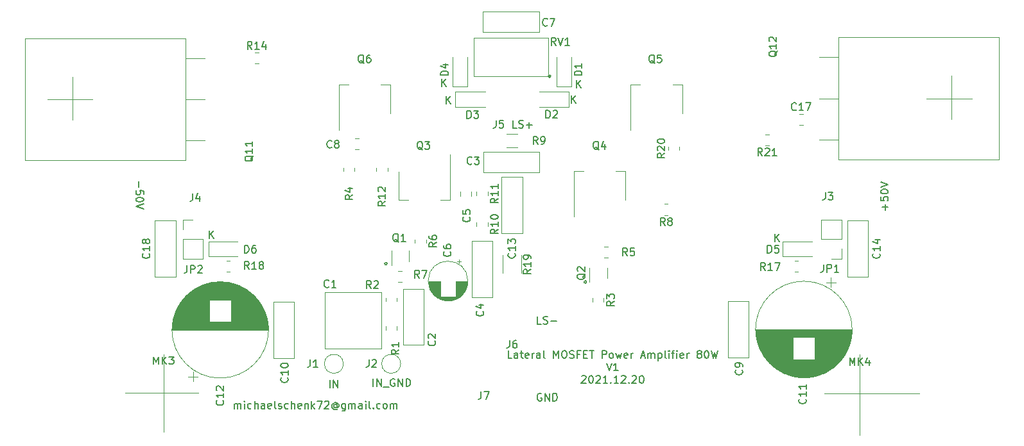
<source format=gbr>
G04 #@! TF.GenerationSoftware,KiCad,Pcbnew,(5.1.12-1-10_14)*
G04 #@! TF.CreationDate,2021-12-20T19:54:04+01:00*
G04 #@! TF.ProjectId,amp-mosfet-80w,616d702d-6d6f-4736-9665-742d3830772e,rev?*
G04 #@! TF.SameCoordinates,Original*
G04 #@! TF.FileFunction,Legend,Top*
G04 #@! TF.FilePolarity,Positive*
%FSLAX46Y46*%
G04 Gerber Fmt 4.6, Leading zero omitted, Abs format (unit mm)*
G04 Created by KiCad (PCBNEW (5.1.12-1-10_14)) date 2021-12-20 19:54:04*
%MOMM*%
%LPD*%
G01*
G04 APERTURE LIST*
%ADD10C,0.150000*%
%ADD11C,0.120000*%
G04 APERTURE END LIST*
D10*
X119499095Y-75255380D02*
X119499095Y-74255380D01*
X120070523Y-75255380D02*
X119641952Y-74683952D01*
X120070523Y-74255380D02*
X119499095Y-74826809D01*
X194048095Y-75636380D02*
X194048095Y-74636380D01*
X194619523Y-75636380D02*
X194190952Y-75064952D01*
X194619523Y-74636380D02*
X194048095Y-75207809D01*
X142748000Y-78446380D02*
X142652761Y-78494000D01*
X142605142Y-78589238D01*
X142652761Y-78684476D01*
X142748000Y-78732095D01*
X142843238Y-78684476D01*
X142890857Y-78589238D01*
X142843238Y-78494000D01*
X142748000Y-78446380D01*
X169037000Y-80859380D02*
X168941761Y-80907000D01*
X168894142Y-81002238D01*
X168941761Y-81097476D01*
X169037000Y-81145095D01*
X169132238Y-81097476D01*
X169179857Y-81002238D01*
X169132238Y-80907000D01*
X169037000Y-80859380D01*
X150741095Y-57475380D02*
X150741095Y-56475380D01*
X151312523Y-57475380D02*
X150883952Y-56903952D01*
X151312523Y-56475380D02*
X150741095Y-57046809D01*
X150106095Y-55189380D02*
X150106095Y-54189380D01*
X150677523Y-55189380D02*
X150248952Y-54617952D01*
X150677523Y-54189380D02*
X150106095Y-54760809D01*
X167886095Y-55316380D02*
X167886095Y-54316380D01*
X168457523Y-55316380D02*
X168028952Y-54744952D01*
X168457523Y-54316380D02*
X167886095Y-54887809D01*
X167251095Y-57348380D02*
X167251095Y-56348380D01*
X167822523Y-57348380D02*
X167393952Y-56776952D01*
X167822523Y-56348380D02*
X167251095Y-56919809D01*
D11*
X205232000Y-101219000D02*
X205232000Y-90551000D01*
X213106000Y-95758000D02*
X200533000Y-95758000D01*
X117983000Y-95631000D02*
X108331000Y-95631000D01*
X113411000Y-100838000D02*
X113538000Y-100711000D01*
X113411000Y-90551000D02*
X113411000Y-100838000D01*
D10*
X163258595Y-95766000D02*
X163163357Y-95718380D01*
X163020500Y-95718380D01*
X162877642Y-95766000D01*
X162782404Y-95861238D01*
X162734785Y-95956476D01*
X162687166Y-96146952D01*
X162687166Y-96289809D01*
X162734785Y-96480285D01*
X162782404Y-96575523D01*
X162877642Y-96670761D01*
X163020500Y-96718380D01*
X163115738Y-96718380D01*
X163258595Y-96670761D01*
X163306214Y-96623142D01*
X163306214Y-96289809D01*
X163115738Y-96289809D01*
X163734785Y-96718380D02*
X163734785Y-95718380D01*
X164306214Y-96718380D01*
X164306214Y-95718380D01*
X164782404Y-96718380D02*
X164782404Y-95718380D01*
X165020500Y-95718380D01*
X165163357Y-95766000D01*
X165258595Y-95861238D01*
X165306214Y-95956476D01*
X165353833Y-96146952D01*
X165353833Y-96289809D01*
X165306214Y-96480285D01*
X165258595Y-96575523D01*
X165163357Y-96670761D01*
X165020500Y-96718380D01*
X164782404Y-96718380D01*
D11*
X101409500Y-53911500D02*
X101409500Y-59626500D01*
X98107500Y-56896000D02*
X104076500Y-56896000D01*
X217360500Y-53784500D02*
X217360500Y-59499500D01*
X214058500Y-56769000D02*
X220027500Y-56769000D01*
D10*
X164338000Y-53681380D02*
X164242761Y-53729000D01*
X164195142Y-53824238D01*
X164242761Y-53919476D01*
X164338000Y-53967095D01*
X164433238Y-53919476D01*
X164480857Y-53824238D01*
X164433238Y-53729000D01*
X164338000Y-53681380D01*
X159370785Y-91067880D02*
X158894595Y-91067880D01*
X158894595Y-90067880D01*
X160132690Y-91067880D02*
X160132690Y-90544071D01*
X160085071Y-90448833D01*
X159989833Y-90401214D01*
X159799357Y-90401214D01*
X159704119Y-90448833D01*
X160132690Y-91020261D02*
X160037452Y-91067880D01*
X159799357Y-91067880D01*
X159704119Y-91020261D01*
X159656500Y-90925023D01*
X159656500Y-90829785D01*
X159704119Y-90734547D01*
X159799357Y-90686928D01*
X160037452Y-90686928D01*
X160132690Y-90639309D01*
X160466023Y-90401214D02*
X160846976Y-90401214D01*
X160608880Y-90067880D02*
X160608880Y-90925023D01*
X160656500Y-91020261D01*
X160751738Y-91067880D01*
X160846976Y-91067880D01*
X161561261Y-91020261D02*
X161466023Y-91067880D01*
X161275547Y-91067880D01*
X161180309Y-91020261D01*
X161132690Y-90925023D01*
X161132690Y-90544071D01*
X161180309Y-90448833D01*
X161275547Y-90401214D01*
X161466023Y-90401214D01*
X161561261Y-90448833D01*
X161608880Y-90544071D01*
X161608880Y-90639309D01*
X161132690Y-90734547D01*
X162037452Y-91067880D02*
X162037452Y-90401214D01*
X162037452Y-90591690D02*
X162085071Y-90496452D01*
X162132690Y-90448833D01*
X162227928Y-90401214D01*
X162323166Y-90401214D01*
X163085071Y-91067880D02*
X163085071Y-90544071D01*
X163037452Y-90448833D01*
X162942214Y-90401214D01*
X162751738Y-90401214D01*
X162656500Y-90448833D01*
X163085071Y-91020261D02*
X162989833Y-91067880D01*
X162751738Y-91067880D01*
X162656500Y-91020261D01*
X162608880Y-90925023D01*
X162608880Y-90829785D01*
X162656500Y-90734547D01*
X162751738Y-90686928D01*
X162989833Y-90686928D01*
X163085071Y-90639309D01*
X163704119Y-91067880D02*
X163608880Y-91020261D01*
X163561261Y-90925023D01*
X163561261Y-90067880D01*
X164846976Y-91067880D02*
X164846976Y-90067880D01*
X165180309Y-90782166D01*
X165513642Y-90067880D01*
X165513642Y-91067880D01*
X166180309Y-90067880D02*
X166370785Y-90067880D01*
X166466023Y-90115500D01*
X166561261Y-90210738D01*
X166608880Y-90401214D01*
X166608880Y-90734547D01*
X166561261Y-90925023D01*
X166466023Y-91020261D01*
X166370785Y-91067880D01*
X166180309Y-91067880D01*
X166085071Y-91020261D01*
X165989833Y-90925023D01*
X165942214Y-90734547D01*
X165942214Y-90401214D01*
X165989833Y-90210738D01*
X166085071Y-90115500D01*
X166180309Y-90067880D01*
X166989833Y-91020261D02*
X167132690Y-91067880D01*
X167370785Y-91067880D01*
X167466023Y-91020261D01*
X167513642Y-90972642D01*
X167561261Y-90877404D01*
X167561261Y-90782166D01*
X167513642Y-90686928D01*
X167466023Y-90639309D01*
X167370785Y-90591690D01*
X167180309Y-90544071D01*
X167085071Y-90496452D01*
X167037452Y-90448833D01*
X166989833Y-90353595D01*
X166989833Y-90258357D01*
X167037452Y-90163119D01*
X167085071Y-90115500D01*
X167180309Y-90067880D01*
X167418404Y-90067880D01*
X167561261Y-90115500D01*
X168323166Y-90544071D02*
X167989833Y-90544071D01*
X167989833Y-91067880D02*
X167989833Y-90067880D01*
X168466023Y-90067880D01*
X168846976Y-90544071D02*
X169180309Y-90544071D01*
X169323166Y-91067880D02*
X168846976Y-91067880D01*
X168846976Y-90067880D01*
X169323166Y-90067880D01*
X169608880Y-90067880D02*
X170180309Y-90067880D01*
X169894595Y-91067880D02*
X169894595Y-90067880D01*
X171275547Y-91067880D02*
X171275547Y-90067880D01*
X171656500Y-90067880D01*
X171751738Y-90115500D01*
X171799357Y-90163119D01*
X171846976Y-90258357D01*
X171846976Y-90401214D01*
X171799357Y-90496452D01*
X171751738Y-90544071D01*
X171656500Y-90591690D01*
X171275547Y-90591690D01*
X172418404Y-91067880D02*
X172323166Y-91020261D01*
X172275547Y-90972642D01*
X172227928Y-90877404D01*
X172227928Y-90591690D01*
X172275547Y-90496452D01*
X172323166Y-90448833D01*
X172418404Y-90401214D01*
X172561261Y-90401214D01*
X172656500Y-90448833D01*
X172704119Y-90496452D01*
X172751738Y-90591690D01*
X172751738Y-90877404D01*
X172704119Y-90972642D01*
X172656500Y-91020261D01*
X172561261Y-91067880D01*
X172418404Y-91067880D01*
X173085071Y-90401214D02*
X173275547Y-91067880D01*
X173466023Y-90591690D01*
X173656500Y-91067880D01*
X173846976Y-90401214D01*
X174608880Y-91020261D02*
X174513642Y-91067880D01*
X174323166Y-91067880D01*
X174227928Y-91020261D01*
X174180309Y-90925023D01*
X174180309Y-90544071D01*
X174227928Y-90448833D01*
X174323166Y-90401214D01*
X174513642Y-90401214D01*
X174608880Y-90448833D01*
X174656500Y-90544071D01*
X174656500Y-90639309D01*
X174180309Y-90734547D01*
X175085071Y-91067880D02*
X175085071Y-90401214D01*
X175085071Y-90591690D02*
X175132690Y-90496452D01*
X175180309Y-90448833D01*
X175275547Y-90401214D01*
X175370785Y-90401214D01*
X176418404Y-90782166D02*
X176894595Y-90782166D01*
X176323166Y-91067880D02*
X176656500Y-90067880D01*
X176989833Y-91067880D01*
X177323166Y-91067880D02*
X177323166Y-90401214D01*
X177323166Y-90496452D02*
X177370785Y-90448833D01*
X177466023Y-90401214D01*
X177608880Y-90401214D01*
X177704119Y-90448833D01*
X177751738Y-90544071D01*
X177751738Y-91067880D01*
X177751738Y-90544071D02*
X177799357Y-90448833D01*
X177894595Y-90401214D01*
X178037452Y-90401214D01*
X178132690Y-90448833D01*
X178180309Y-90544071D01*
X178180309Y-91067880D01*
X178656500Y-90401214D02*
X178656500Y-91401214D01*
X178656500Y-90448833D02*
X178751738Y-90401214D01*
X178942214Y-90401214D01*
X179037452Y-90448833D01*
X179085071Y-90496452D01*
X179132690Y-90591690D01*
X179132690Y-90877404D01*
X179085071Y-90972642D01*
X179037452Y-91020261D01*
X178942214Y-91067880D01*
X178751738Y-91067880D01*
X178656500Y-91020261D01*
X179704119Y-91067880D02*
X179608880Y-91020261D01*
X179561261Y-90925023D01*
X179561261Y-90067880D01*
X180085071Y-91067880D02*
X180085071Y-90401214D01*
X180085071Y-90067880D02*
X180037452Y-90115500D01*
X180085071Y-90163119D01*
X180132690Y-90115500D01*
X180085071Y-90067880D01*
X180085071Y-90163119D01*
X180418404Y-90401214D02*
X180799357Y-90401214D01*
X180561261Y-91067880D02*
X180561261Y-90210738D01*
X180608880Y-90115500D01*
X180704119Y-90067880D01*
X180799357Y-90067880D01*
X181132690Y-91067880D02*
X181132690Y-90401214D01*
X181132690Y-90067880D02*
X181085071Y-90115500D01*
X181132690Y-90163119D01*
X181180309Y-90115500D01*
X181132690Y-90067880D01*
X181132690Y-90163119D01*
X181989833Y-91020261D02*
X181894595Y-91067880D01*
X181704119Y-91067880D01*
X181608880Y-91020261D01*
X181561261Y-90925023D01*
X181561261Y-90544071D01*
X181608880Y-90448833D01*
X181704119Y-90401214D01*
X181894595Y-90401214D01*
X181989833Y-90448833D01*
X182037452Y-90544071D01*
X182037452Y-90639309D01*
X181561261Y-90734547D01*
X182466023Y-91067880D02*
X182466023Y-90401214D01*
X182466023Y-90591690D02*
X182513642Y-90496452D01*
X182561261Y-90448833D01*
X182656500Y-90401214D01*
X182751738Y-90401214D01*
X183989833Y-90496452D02*
X183894595Y-90448833D01*
X183846976Y-90401214D01*
X183799357Y-90305976D01*
X183799357Y-90258357D01*
X183846976Y-90163119D01*
X183894595Y-90115500D01*
X183989833Y-90067880D01*
X184180309Y-90067880D01*
X184275547Y-90115500D01*
X184323166Y-90163119D01*
X184370785Y-90258357D01*
X184370785Y-90305976D01*
X184323166Y-90401214D01*
X184275547Y-90448833D01*
X184180309Y-90496452D01*
X183989833Y-90496452D01*
X183894595Y-90544071D01*
X183846976Y-90591690D01*
X183799357Y-90686928D01*
X183799357Y-90877404D01*
X183846976Y-90972642D01*
X183894595Y-91020261D01*
X183989833Y-91067880D01*
X184180309Y-91067880D01*
X184275547Y-91020261D01*
X184323166Y-90972642D01*
X184370785Y-90877404D01*
X184370785Y-90686928D01*
X184323166Y-90591690D01*
X184275547Y-90544071D01*
X184180309Y-90496452D01*
X184989833Y-90067880D02*
X185085071Y-90067880D01*
X185180309Y-90115500D01*
X185227928Y-90163119D01*
X185275547Y-90258357D01*
X185323166Y-90448833D01*
X185323166Y-90686928D01*
X185275547Y-90877404D01*
X185227928Y-90972642D01*
X185180309Y-91020261D01*
X185085071Y-91067880D01*
X184989833Y-91067880D01*
X184894595Y-91020261D01*
X184846976Y-90972642D01*
X184799357Y-90877404D01*
X184751738Y-90686928D01*
X184751738Y-90448833D01*
X184799357Y-90258357D01*
X184846976Y-90163119D01*
X184894595Y-90115500D01*
X184989833Y-90067880D01*
X185656500Y-90067880D02*
X185894595Y-91067880D01*
X186085071Y-90353595D01*
X186275547Y-91067880D01*
X186513642Y-90067880D01*
X171846976Y-91717880D02*
X172180309Y-92717880D01*
X172513642Y-91717880D01*
X173370785Y-92717880D02*
X172799357Y-92717880D01*
X173085071Y-92717880D02*
X173085071Y-91717880D01*
X172989833Y-91860738D01*
X172894595Y-91955976D01*
X172799357Y-92003595D01*
X168561261Y-93463119D02*
X168608880Y-93415500D01*
X168704119Y-93367880D01*
X168942214Y-93367880D01*
X169037452Y-93415500D01*
X169085071Y-93463119D01*
X169132690Y-93558357D01*
X169132690Y-93653595D01*
X169085071Y-93796452D01*
X168513642Y-94367880D01*
X169132690Y-94367880D01*
X169751738Y-93367880D02*
X169846976Y-93367880D01*
X169942214Y-93415500D01*
X169989833Y-93463119D01*
X170037452Y-93558357D01*
X170085071Y-93748833D01*
X170085071Y-93986928D01*
X170037452Y-94177404D01*
X169989833Y-94272642D01*
X169942214Y-94320261D01*
X169846976Y-94367880D01*
X169751738Y-94367880D01*
X169656500Y-94320261D01*
X169608880Y-94272642D01*
X169561261Y-94177404D01*
X169513642Y-93986928D01*
X169513642Y-93748833D01*
X169561261Y-93558357D01*
X169608880Y-93463119D01*
X169656500Y-93415500D01*
X169751738Y-93367880D01*
X170466023Y-93463119D02*
X170513642Y-93415500D01*
X170608880Y-93367880D01*
X170846976Y-93367880D01*
X170942214Y-93415500D01*
X170989833Y-93463119D01*
X171037452Y-93558357D01*
X171037452Y-93653595D01*
X170989833Y-93796452D01*
X170418404Y-94367880D01*
X171037452Y-94367880D01*
X171989833Y-94367880D02*
X171418404Y-94367880D01*
X171704119Y-94367880D02*
X171704119Y-93367880D01*
X171608880Y-93510738D01*
X171513642Y-93605976D01*
X171418404Y-93653595D01*
X172418404Y-94272642D02*
X172466023Y-94320261D01*
X172418404Y-94367880D01*
X172370785Y-94320261D01*
X172418404Y-94272642D01*
X172418404Y-94367880D01*
X173418404Y-94367880D02*
X172846976Y-94367880D01*
X173132690Y-94367880D02*
X173132690Y-93367880D01*
X173037452Y-93510738D01*
X172942214Y-93605976D01*
X172846976Y-93653595D01*
X173799357Y-93463119D02*
X173846976Y-93415500D01*
X173942214Y-93367880D01*
X174180309Y-93367880D01*
X174275547Y-93415500D01*
X174323166Y-93463119D01*
X174370785Y-93558357D01*
X174370785Y-93653595D01*
X174323166Y-93796452D01*
X173751738Y-94367880D01*
X174370785Y-94367880D01*
X174799357Y-94272642D02*
X174846976Y-94320261D01*
X174799357Y-94367880D01*
X174751738Y-94320261D01*
X174799357Y-94272642D01*
X174799357Y-94367880D01*
X175227928Y-93463119D02*
X175275547Y-93415500D01*
X175370785Y-93367880D01*
X175608880Y-93367880D01*
X175704119Y-93415500D01*
X175751738Y-93463119D01*
X175799357Y-93558357D01*
X175799357Y-93653595D01*
X175751738Y-93796452D01*
X175180309Y-94367880D01*
X175799357Y-94367880D01*
X176418404Y-93367880D02*
X176513642Y-93367880D01*
X176608880Y-93415500D01*
X176656500Y-93463119D01*
X176704119Y-93558357D01*
X176751738Y-93748833D01*
X176751738Y-93986928D01*
X176704119Y-94177404D01*
X176656500Y-94272642D01*
X176608880Y-94320261D01*
X176513642Y-94367880D01*
X176418404Y-94367880D01*
X176323166Y-94320261D01*
X176275547Y-94272642D01*
X176227928Y-94177404D01*
X176180309Y-93986928D01*
X176180309Y-93748833D01*
X176227928Y-93558357D01*
X176275547Y-93463119D01*
X176323166Y-93415500D01*
X176418404Y-93367880D01*
X122762714Y-97734380D02*
X122762714Y-97067714D01*
X122762714Y-97162952D02*
X122810333Y-97115333D01*
X122905571Y-97067714D01*
X123048428Y-97067714D01*
X123143666Y-97115333D01*
X123191285Y-97210571D01*
X123191285Y-97734380D01*
X123191285Y-97210571D02*
X123238904Y-97115333D01*
X123334142Y-97067714D01*
X123477000Y-97067714D01*
X123572238Y-97115333D01*
X123619857Y-97210571D01*
X123619857Y-97734380D01*
X124096047Y-97734380D02*
X124096047Y-97067714D01*
X124096047Y-96734380D02*
X124048428Y-96782000D01*
X124096047Y-96829619D01*
X124143666Y-96782000D01*
X124096047Y-96734380D01*
X124096047Y-96829619D01*
X125000809Y-97686761D02*
X124905571Y-97734380D01*
X124715095Y-97734380D01*
X124619857Y-97686761D01*
X124572238Y-97639142D01*
X124524619Y-97543904D01*
X124524619Y-97258190D01*
X124572238Y-97162952D01*
X124619857Y-97115333D01*
X124715095Y-97067714D01*
X124905571Y-97067714D01*
X125000809Y-97115333D01*
X125429380Y-97734380D02*
X125429380Y-96734380D01*
X125857952Y-97734380D02*
X125857952Y-97210571D01*
X125810333Y-97115333D01*
X125715095Y-97067714D01*
X125572238Y-97067714D01*
X125477000Y-97115333D01*
X125429380Y-97162952D01*
X126762714Y-97734380D02*
X126762714Y-97210571D01*
X126715095Y-97115333D01*
X126619857Y-97067714D01*
X126429380Y-97067714D01*
X126334142Y-97115333D01*
X126762714Y-97686761D02*
X126667476Y-97734380D01*
X126429380Y-97734380D01*
X126334142Y-97686761D01*
X126286523Y-97591523D01*
X126286523Y-97496285D01*
X126334142Y-97401047D01*
X126429380Y-97353428D01*
X126667476Y-97353428D01*
X126762714Y-97305809D01*
X127619857Y-97686761D02*
X127524619Y-97734380D01*
X127334142Y-97734380D01*
X127238904Y-97686761D01*
X127191285Y-97591523D01*
X127191285Y-97210571D01*
X127238904Y-97115333D01*
X127334142Y-97067714D01*
X127524619Y-97067714D01*
X127619857Y-97115333D01*
X127667476Y-97210571D01*
X127667476Y-97305809D01*
X127191285Y-97401047D01*
X128238904Y-97734380D02*
X128143666Y-97686761D01*
X128096047Y-97591523D01*
X128096047Y-96734380D01*
X128572238Y-97686761D02*
X128667476Y-97734380D01*
X128857952Y-97734380D01*
X128953190Y-97686761D01*
X129000809Y-97591523D01*
X129000809Y-97543904D01*
X128953190Y-97448666D01*
X128857952Y-97401047D01*
X128715095Y-97401047D01*
X128619857Y-97353428D01*
X128572238Y-97258190D01*
X128572238Y-97210571D01*
X128619857Y-97115333D01*
X128715095Y-97067714D01*
X128857952Y-97067714D01*
X128953190Y-97115333D01*
X129857952Y-97686761D02*
X129762714Y-97734380D01*
X129572238Y-97734380D01*
X129477000Y-97686761D01*
X129429380Y-97639142D01*
X129381761Y-97543904D01*
X129381761Y-97258190D01*
X129429380Y-97162952D01*
X129477000Y-97115333D01*
X129572238Y-97067714D01*
X129762714Y-97067714D01*
X129857952Y-97115333D01*
X130286523Y-97734380D02*
X130286523Y-96734380D01*
X130715095Y-97734380D02*
X130715095Y-97210571D01*
X130667476Y-97115333D01*
X130572238Y-97067714D01*
X130429380Y-97067714D01*
X130334142Y-97115333D01*
X130286523Y-97162952D01*
X131572238Y-97686761D02*
X131477000Y-97734380D01*
X131286523Y-97734380D01*
X131191285Y-97686761D01*
X131143666Y-97591523D01*
X131143666Y-97210571D01*
X131191285Y-97115333D01*
X131286523Y-97067714D01*
X131477000Y-97067714D01*
X131572238Y-97115333D01*
X131619857Y-97210571D01*
X131619857Y-97305809D01*
X131143666Y-97401047D01*
X132048428Y-97067714D02*
X132048428Y-97734380D01*
X132048428Y-97162952D02*
X132096047Y-97115333D01*
X132191285Y-97067714D01*
X132334142Y-97067714D01*
X132429380Y-97115333D01*
X132477000Y-97210571D01*
X132477000Y-97734380D01*
X132953190Y-97734380D02*
X132953190Y-96734380D01*
X133048428Y-97353428D02*
X133334142Y-97734380D01*
X133334142Y-97067714D02*
X132953190Y-97448666D01*
X133667476Y-96734380D02*
X134334142Y-96734380D01*
X133905571Y-97734380D01*
X134667476Y-96829619D02*
X134715095Y-96782000D01*
X134810333Y-96734380D01*
X135048428Y-96734380D01*
X135143666Y-96782000D01*
X135191285Y-96829619D01*
X135238904Y-96924857D01*
X135238904Y-97020095D01*
X135191285Y-97162952D01*
X134619857Y-97734380D01*
X135238904Y-97734380D01*
X136286523Y-97258190D02*
X136238904Y-97210571D01*
X136143666Y-97162952D01*
X136048428Y-97162952D01*
X135953190Y-97210571D01*
X135905571Y-97258190D01*
X135857952Y-97353428D01*
X135857952Y-97448666D01*
X135905571Y-97543904D01*
X135953190Y-97591523D01*
X136048428Y-97639142D01*
X136143666Y-97639142D01*
X136238904Y-97591523D01*
X136286523Y-97543904D01*
X136286523Y-97162952D02*
X136286523Y-97543904D01*
X136334142Y-97591523D01*
X136381761Y-97591523D01*
X136477000Y-97543904D01*
X136524619Y-97448666D01*
X136524619Y-97210571D01*
X136429380Y-97067714D01*
X136286523Y-96972476D01*
X136096047Y-96924857D01*
X135905571Y-96972476D01*
X135762714Y-97067714D01*
X135667476Y-97210571D01*
X135619857Y-97401047D01*
X135667476Y-97591523D01*
X135762714Y-97734380D01*
X135905571Y-97829619D01*
X136096047Y-97877238D01*
X136286523Y-97829619D01*
X136429380Y-97734380D01*
X137381761Y-97067714D02*
X137381761Y-97877238D01*
X137334142Y-97972476D01*
X137286523Y-98020095D01*
X137191285Y-98067714D01*
X137048428Y-98067714D01*
X136953190Y-98020095D01*
X137381761Y-97686761D02*
X137286523Y-97734380D01*
X137096047Y-97734380D01*
X137000809Y-97686761D01*
X136953190Y-97639142D01*
X136905571Y-97543904D01*
X136905571Y-97258190D01*
X136953190Y-97162952D01*
X137000809Y-97115333D01*
X137096047Y-97067714D01*
X137286523Y-97067714D01*
X137381761Y-97115333D01*
X137857952Y-97734380D02*
X137857952Y-97067714D01*
X137857952Y-97162952D02*
X137905571Y-97115333D01*
X138000809Y-97067714D01*
X138143666Y-97067714D01*
X138238904Y-97115333D01*
X138286523Y-97210571D01*
X138286523Y-97734380D01*
X138286523Y-97210571D02*
X138334142Y-97115333D01*
X138429380Y-97067714D01*
X138572238Y-97067714D01*
X138667476Y-97115333D01*
X138715095Y-97210571D01*
X138715095Y-97734380D01*
X139619857Y-97734380D02*
X139619857Y-97210571D01*
X139572238Y-97115333D01*
X139477000Y-97067714D01*
X139286523Y-97067714D01*
X139191285Y-97115333D01*
X139619857Y-97686761D02*
X139524619Y-97734380D01*
X139286523Y-97734380D01*
X139191285Y-97686761D01*
X139143666Y-97591523D01*
X139143666Y-97496285D01*
X139191285Y-97401047D01*
X139286523Y-97353428D01*
X139524619Y-97353428D01*
X139619857Y-97305809D01*
X140096047Y-97734380D02*
X140096047Y-97067714D01*
X140096047Y-96734380D02*
X140048428Y-96782000D01*
X140096047Y-96829619D01*
X140143666Y-96782000D01*
X140096047Y-96734380D01*
X140096047Y-96829619D01*
X140715095Y-97734380D02*
X140619857Y-97686761D01*
X140572238Y-97591523D01*
X140572238Y-96734380D01*
X141096047Y-97639142D02*
X141143666Y-97686761D01*
X141096047Y-97734380D01*
X141048428Y-97686761D01*
X141096047Y-97639142D01*
X141096047Y-97734380D01*
X142000809Y-97686761D02*
X141905571Y-97734380D01*
X141715095Y-97734380D01*
X141619857Y-97686761D01*
X141572238Y-97639142D01*
X141524619Y-97543904D01*
X141524619Y-97258190D01*
X141572238Y-97162952D01*
X141619857Y-97115333D01*
X141715095Y-97067714D01*
X141905571Y-97067714D01*
X142000809Y-97115333D01*
X142572238Y-97734380D02*
X142477000Y-97686761D01*
X142429380Y-97639142D01*
X142381761Y-97543904D01*
X142381761Y-97258190D01*
X142429380Y-97162952D01*
X142477000Y-97115333D01*
X142572238Y-97067714D01*
X142715095Y-97067714D01*
X142810333Y-97115333D01*
X142857952Y-97162952D01*
X142905571Y-97258190D01*
X142905571Y-97543904D01*
X142857952Y-97639142D01*
X142810333Y-97686761D01*
X142715095Y-97734380D01*
X142572238Y-97734380D01*
X143334142Y-97734380D02*
X143334142Y-97067714D01*
X143334142Y-97162952D02*
X143381761Y-97115333D01*
X143477000Y-97067714D01*
X143619857Y-97067714D01*
X143715095Y-97115333D01*
X143762714Y-97210571D01*
X143762714Y-97734380D01*
X143762714Y-97210571D02*
X143810333Y-97115333D01*
X143905571Y-97067714D01*
X144048428Y-97067714D01*
X144143666Y-97115333D01*
X144191285Y-97210571D01*
X144191285Y-97734380D01*
X159996285Y-60650380D02*
X159520095Y-60650380D01*
X159520095Y-59650380D01*
X160282000Y-60602761D02*
X160424857Y-60650380D01*
X160662952Y-60650380D01*
X160758190Y-60602761D01*
X160805809Y-60555142D01*
X160853428Y-60459904D01*
X160853428Y-60364666D01*
X160805809Y-60269428D01*
X160758190Y-60221809D01*
X160662952Y-60174190D01*
X160472476Y-60126571D01*
X160377238Y-60078952D01*
X160329619Y-60031333D01*
X160282000Y-59936095D01*
X160282000Y-59840857D01*
X160329619Y-59745619D01*
X160377238Y-59698000D01*
X160472476Y-59650380D01*
X160710571Y-59650380D01*
X160853428Y-59698000D01*
X161282000Y-60269428D02*
X162043904Y-60269428D01*
X161662952Y-60650380D02*
X161662952Y-59888476D01*
X163234785Y-86558380D02*
X162758595Y-86558380D01*
X162758595Y-85558380D01*
X163520500Y-86510761D02*
X163663357Y-86558380D01*
X163901452Y-86558380D01*
X163996690Y-86510761D01*
X164044309Y-86463142D01*
X164091928Y-86367904D01*
X164091928Y-86272666D01*
X164044309Y-86177428D01*
X163996690Y-86129809D01*
X163901452Y-86082190D01*
X163710976Y-86034571D01*
X163615738Y-85986952D01*
X163568119Y-85939333D01*
X163520500Y-85844095D01*
X163520500Y-85748857D01*
X163568119Y-85653619D01*
X163615738Y-85606000D01*
X163710976Y-85558380D01*
X163949071Y-85558380D01*
X164091928Y-85606000D01*
X164520500Y-86177428D02*
X165282404Y-86177428D01*
X141081428Y-94813380D02*
X141081428Y-93813380D01*
X141557619Y-94813380D02*
X141557619Y-93813380D01*
X142129047Y-94813380D01*
X142129047Y-93813380D01*
X142367142Y-94908619D02*
X143129047Y-94908619D01*
X143890952Y-93861000D02*
X143795714Y-93813380D01*
X143652857Y-93813380D01*
X143510000Y-93861000D01*
X143414761Y-93956238D01*
X143367142Y-94051476D01*
X143319523Y-94241952D01*
X143319523Y-94384809D01*
X143367142Y-94575285D01*
X143414761Y-94670523D01*
X143510000Y-94765761D01*
X143652857Y-94813380D01*
X143748095Y-94813380D01*
X143890952Y-94765761D01*
X143938571Y-94718142D01*
X143938571Y-94384809D01*
X143748095Y-94384809D01*
X144367142Y-94813380D02*
X144367142Y-93813380D01*
X144938571Y-94813380D01*
X144938571Y-93813380D01*
X145414761Y-94813380D02*
X145414761Y-93813380D01*
X145652857Y-93813380D01*
X145795714Y-93861000D01*
X145890952Y-93956238D01*
X145938571Y-94051476D01*
X145986190Y-94241952D01*
X145986190Y-94384809D01*
X145938571Y-94575285D01*
X145890952Y-94670523D01*
X145795714Y-94765761D01*
X145652857Y-94813380D01*
X145414761Y-94813380D01*
X135366190Y-94940380D02*
X135366190Y-93940380D01*
X135842380Y-94940380D02*
X135842380Y-93940380D01*
X136413809Y-94940380D01*
X136413809Y-93940380D01*
X208605428Y-71484904D02*
X208605428Y-70723000D01*
X208986380Y-71103952D02*
X208224476Y-71103952D01*
X207986380Y-69770619D02*
X207986380Y-70246809D01*
X208462571Y-70294428D01*
X208414952Y-70246809D01*
X208367333Y-70151571D01*
X208367333Y-69913476D01*
X208414952Y-69818238D01*
X208462571Y-69770619D01*
X208557809Y-69723000D01*
X208795904Y-69723000D01*
X208891142Y-69770619D01*
X208938761Y-69818238D01*
X208986380Y-69913476D01*
X208986380Y-70151571D01*
X208938761Y-70246809D01*
X208891142Y-70294428D01*
X207986380Y-69103952D02*
X207986380Y-69008714D01*
X208034000Y-68913476D01*
X208081619Y-68865857D01*
X208176857Y-68818238D01*
X208367333Y-68770619D01*
X208605428Y-68770619D01*
X208795904Y-68818238D01*
X208891142Y-68865857D01*
X208938761Y-68913476D01*
X208986380Y-69008714D01*
X208986380Y-69103952D01*
X208938761Y-69199190D01*
X208891142Y-69246809D01*
X208795904Y-69294428D01*
X208605428Y-69342047D01*
X208367333Y-69342047D01*
X208176857Y-69294428D01*
X208081619Y-69246809D01*
X208034000Y-69199190D01*
X207986380Y-69103952D01*
X207986380Y-68484904D02*
X208986380Y-68151571D01*
X207986380Y-67818238D01*
X110164571Y-67707095D02*
X110164571Y-68469000D01*
X110783619Y-69421380D02*
X110783619Y-68945190D01*
X110307428Y-68897571D01*
X110355047Y-68945190D01*
X110402666Y-69040428D01*
X110402666Y-69278523D01*
X110355047Y-69373761D01*
X110307428Y-69421380D01*
X110212190Y-69469000D01*
X109974095Y-69469000D01*
X109878857Y-69421380D01*
X109831238Y-69373761D01*
X109783619Y-69278523D01*
X109783619Y-69040428D01*
X109831238Y-68945190D01*
X109878857Y-68897571D01*
X110783619Y-70088047D02*
X110783619Y-70183285D01*
X110736000Y-70278523D01*
X110688380Y-70326142D01*
X110593142Y-70373761D01*
X110402666Y-70421380D01*
X110164571Y-70421380D01*
X109974095Y-70373761D01*
X109878857Y-70326142D01*
X109831238Y-70278523D01*
X109783619Y-70183285D01*
X109783619Y-70088047D01*
X109831238Y-69992809D01*
X109878857Y-69945190D01*
X109974095Y-69897571D01*
X110164571Y-69849952D01*
X110402666Y-69849952D01*
X110593142Y-69897571D01*
X110688380Y-69945190D01*
X110736000Y-69992809D01*
X110783619Y-70088047D01*
X110783619Y-70707095D02*
X109783619Y-71040428D01*
X110783619Y-71373761D01*
D11*
X171911500Y-80519500D02*
X171911500Y-79119500D01*
X169591500Y-79119500D02*
X169591500Y-81019500D01*
X172010564Y-76354000D02*
X171556436Y-76354000D01*
X172010564Y-77824000D02*
X171556436Y-77824000D01*
X193251064Y-62965000D02*
X192796936Y-62965000D01*
X193251064Y-61495000D02*
X192796936Y-61495000D01*
X179986000Y-63600064D02*
X179986000Y-63145936D01*
X181456000Y-63600064D02*
X181456000Y-63145936D01*
X160585000Y-79850000D02*
X160585000Y-77450000D01*
X158185000Y-79850000D02*
X158185000Y-77450000D01*
X122163064Y-79665500D02*
X121708936Y-79665500D01*
X122163064Y-78195500D02*
X121708936Y-78195500D01*
X197124564Y-79665500D02*
X196670436Y-79665500D01*
X197124564Y-78195500D02*
X196670436Y-78195500D01*
X125486936Y-50700000D02*
X125941064Y-50700000D01*
X125486936Y-52170000D02*
X125941064Y-52170000D01*
X142975000Y-65923936D02*
X142975000Y-66378064D01*
X141505000Y-65923936D02*
X141505000Y-66378064D01*
X156183000Y-69098936D02*
X156183000Y-69553064D01*
X154713000Y-69098936D02*
X154713000Y-69553064D01*
X156183000Y-73162936D02*
X156183000Y-73617064D01*
X154713000Y-73162936D02*
X154713000Y-73617064D01*
X160086064Y-63267000D02*
X158631936Y-63267000D01*
X160086064Y-61447000D02*
X158631936Y-61447000D01*
X179948064Y-72172500D02*
X179493936Y-72172500D01*
X179948064Y-70702500D02*
X179493936Y-70702500D01*
X144832564Y-80999000D02*
X144378436Y-80999000D01*
X144832564Y-79529000D02*
X144378436Y-79529000D01*
X148055000Y-75401436D02*
X148055000Y-75855564D01*
X146585000Y-75401436D02*
X146585000Y-75855564D01*
X138593500Y-65923936D02*
X138593500Y-66378064D01*
X137123500Y-65923936D02*
X137123500Y-66378064D01*
X171486500Y-83164436D02*
X171486500Y-83618564D01*
X170016500Y-83164436D02*
X170016500Y-83618564D01*
X144181500Y-83100936D02*
X144181500Y-83555064D01*
X142711500Y-83100936D02*
X142711500Y-83555064D01*
X144181500Y-86878936D02*
X144181500Y-87333064D01*
X142711500Y-86878936D02*
X142711500Y-87333064D01*
X202445000Y-64828000D02*
X202445000Y-48688000D01*
X223635000Y-64828000D02*
X223635000Y-48688000D01*
X202445000Y-64828000D02*
X223635000Y-64828000D01*
X202445000Y-48688000D02*
X223635000Y-48688000D01*
X199885000Y-62208000D02*
X202445000Y-62208000D01*
X199885000Y-56758000D02*
X202445000Y-56758000D01*
X199885000Y-51308000D02*
X202445000Y-51308000D01*
X116325000Y-48815000D02*
X116325000Y-64955000D01*
X95135000Y-48815000D02*
X95135000Y-64955000D01*
X116325000Y-48815000D02*
X95135000Y-48815000D01*
X116325000Y-64955000D02*
X95135000Y-64955000D01*
X118885000Y-51435000D02*
X116325000Y-51435000D01*
X118885000Y-56885000D02*
X116325000Y-56885000D01*
X118885000Y-62335000D02*
X116325000Y-62335000D01*
X143364000Y-54961000D02*
X142104000Y-54961000D01*
X136544000Y-54961000D02*
X137804000Y-54961000D01*
X143364000Y-58721000D02*
X143364000Y-54961000D01*
X136544000Y-60971000D02*
X136544000Y-54961000D01*
X181845000Y-54961000D02*
X180585000Y-54961000D01*
X175025000Y-54961000D02*
X176285000Y-54961000D01*
X181845000Y-58721000D02*
X181845000Y-54961000D01*
X175025000Y-60971000D02*
X175025000Y-54961000D01*
X174352000Y-66391000D02*
X173092000Y-66391000D01*
X167532000Y-66391000D02*
X168792000Y-66391000D01*
X174352000Y-70151000D02*
X174352000Y-66391000D01*
X167532000Y-72401000D02*
X167532000Y-66391000D01*
X144418000Y-70211000D02*
X145678000Y-70211000D01*
X151238000Y-70211000D02*
X149978000Y-70211000D01*
X144418000Y-66451000D02*
X144418000Y-70211000D01*
X151238000Y-64201000D02*
X151238000Y-70211000D01*
X143495500Y-76882000D02*
X143495500Y-78782000D01*
X145815500Y-78282000D02*
X145815500Y-76882000D01*
X119342000Y-75644500D02*
X119342000Y-77644500D01*
X119342000Y-77644500D02*
X123192000Y-77644500D01*
X119342000Y-75644500D02*
X123192000Y-75644500D01*
X195091500Y-75644500D02*
X195091500Y-77644500D01*
X195091500Y-77644500D02*
X198941500Y-77644500D01*
X195091500Y-75644500D02*
X198941500Y-75644500D01*
X151527000Y-55208000D02*
X153527000Y-55208000D01*
X153527000Y-55208000D02*
X153527000Y-51308000D01*
X151527000Y-55208000D02*
X151527000Y-51308000D01*
X151928000Y-55896000D02*
X151928000Y-57896000D01*
X151928000Y-57896000D02*
X155828000Y-57896000D01*
X151928000Y-55896000D02*
X155828000Y-55896000D01*
X166842000Y-57896000D02*
X166842000Y-55896000D01*
X166842000Y-55896000D02*
X162942000Y-55896000D01*
X166842000Y-57896000D02*
X162942000Y-57896000D01*
X165243000Y-55208000D02*
X167243000Y-55208000D01*
X167243000Y-55208000D02*
X167243000Y-51308000D01*
X165243000Y-55208000D02*
X165243000Y-51308000D01*
X154024000Y-69102248D02*
X154024000Y-69624752D01*
X152554000Y-69102248D02*
X152554000Y-69624752D01*
X127274000Y-87336000D02*
G75*
G03*
X127274000Y-87336000I-6370000J0D01*
G01*
X114574000Y-87336000D02*
X127234000Y-87336000D01*
X114574000Y-87296000D02*
X127234000Y-87296000D01*
X114574000Y-87256000D02*
X127234000Y-87256000D01*
X114575000Y-87216000D02*
X127233000Y-87216000D01*
X114576000Y-87176000D02*
X127232000Y-87176000D01*
X114577000Y-87136000D02*
X127231000Y-87136000D01*
X114578000Y-87096000D02*
X127230000Y-87096000D01*
X114580000Y-87056000D02*
X127228000Y-87056000D01*
X114582000Y-87016000D02*
X127226000Y-87016000D01*
X114584000Y-86976000D02*
X127224000Y-86976000D01*
X114586000Y-86936000D02*
X127222000Y-86936000D01*
X114589000Y-86896000D02*
X127219000Y-86896000D01*
X114592000Y-86856000D02*
X127216000Y-86856000D01*
X114595000Y-86816000D02*
X127213000Y-86816000D01*
X114598000Y-86776000D02*
X127210000Y-86776000D01*
X114602000Y-86736000D02*
X127206000Y-86736000D01*
X114606000Y-86696000D02*
X127202000Y-86696000D01*
X114610000Y-86656000D02*
X127198000Y-86656000D01*
X114614000Y-86615000D02*
X127194000Y-86615000D01*
X114619000Y-86575000D02*
X127189000Y-86575000D01*
X114624000Y-86535000D02*
X127184000Y-86535000D01*
X114629000Y-86495000D02*
X127179000Y-86495000D01*
X114635000Y-86455000D02*
X127173000Y-86455000D01*
X114640000Y-86415000D02*
X127168000Y-86415000D01*
X114646000Y-86375000D02*
X127162000Y-86375000D01*
X114652000Y-86335000D02*
X127156000Y-86335000D01*
X114659000Y-86295000D02*
X127149000Y-86295000D01*
X114666000Y-86255000D02*
X119464000Y-86255000D01*
X122344000Y-86255000D02*
X127142000Y-86255000D01*
X114673000Y-86215000D02*
X119464000Y-86215000D01*
X122344000Y-86215000D02*
X127135000Y-86215000D01*
X114680000Y-86175000D02*
X119464000Y-86175000D01*
X122344000Y-86175000D02*
X127128000Y-86175000D01*
X114688000Y-86135000D02*
X119464000Y-86135000D01*
X122344000Y-86135000D02*
X127120000Y-86135000D01*
X114695000Y-86095000D02*
X119464000Y-86095000D01*
X122344000Y-86095000D02*
X127113000Y-86095000D01*
X114703000Y-86055000D02*
X119464000Y-86055000D01*
X122344000Y-86055000D02*
X127105000Y-86055000D01*
X114712000Y-86015000D02*
X119464000Y-86015000D01*
X122344000Y-86015000D02*
X127096000Y-86015000D01*
X114720000Y-85975000D02*
X119464000Y-85975000D01*
X122344000Y-85975000D02*
X127088000Y-85975000D01*
X114729000Y-85935000D02*
X119464000Y-85935000D01*
X122344000Y-85935000D02*
X127079000Y-85935000D01*
X114738000Y-85895000D02*
X119464000Y-85895000D01*
X122344000Y-85895000D02*
X127070000Y-85895000D01*
X114748000Y-85855000D02*
X119464000Y-85855000D01*
X122344000Y-85855000D02*
X127060000Y-85855000D01*
X114758000Y-85815000D02*
X119464000Y-85815000D01*
X122344000Y-85815000D02*
X127050000Y-85815000D01*
X114767000Y-85775000D02*
X119464000Y-85775000D01*
X122344000Y-85775000D02*
X127041000Y-85775000D01*
X114778000Y-85735000D02*
X119464000Y-85735000D01*
X122344000Y-85735000D02*
X127030000Y-85735000D01*
X114788000Y-85695000D02*
X119464000Y-85695000D01*
X122344000Y-85695000D02*
X127020000Y-85695000D01*
X114799000Y-85655000D02*
X119464000Y-85655000D01*
X122344000Y-85655000D02*
X127009000Y-85655000D01*
X114810000Y-85615000D02*
X119464000Y-85615000D01*
X122344000Y-85615000D02*
X126998000Y-85615000D01*
X114821000Y-85575000D02*
X119464000Y-85575000D01*
X122344000Y-85575000D02*
X126987000Y-85575000D01*
X114833000Y-85535000D02*
X119464000Y-85535000D01*
X122344000Y-85535000D02*
X126975000Y-85535000D01*
X114845000Y-85495000D02*
X119464000Y-85495000D01*
X122344000Y-85495000D02*
X126963000Y-85495000D01*
X114857000Y-85455000D02*
X119464000Y-85455000D01*
X122344000Y-85455000D02*
X126951000Y-85455000D01*
X114870000Y-85415000D02*
X119464000Y-85415000D01*
X122344000Y-85415000D02*
X126938000Y-85415000D01*
X114883000Y-85375000D02*
X119464000Y-85375000D01*
X122344000Y-85375000D02*
X126925000Y-85375000D01*
X114896000Y-85335000D02*
X119464000Y-85335000D01*
X122344000Y-85335000D02*
X126912000Y-85335000D01*
X114909000Y-85295000D02*
X119464000Y-85295000D01*
X122344000Y-85295000D02*
X126899000Y-85295000D01*
X114923000Y-85255000D02*
X119464000Y-85255000D01*
X122344000Y-85255000D02*
X126885000Y-85255000D01*
X114937000Y-85215000D02*
X119464000Y-85215000D01*
X122344000Y-85215000D02*
X126871000Y-85215000D01*
X114951000Y-85175000D02*
X119464000Y-85175000D01*
X122344000Y-85175000D02*
X126857000Y-85175000D01*
X114965000Y-85135000D02*
X119464000Y-85135000D01*
X122344000Y-85135000D02*
X126843000Y-85135000D01*
X114980000Y-85095000D02*
X119464000Y-85095000D01*
X122344000Y-85095000D02*
X126828000Y-85095000D01*
X114996000Y-85055000D02*
X119464000Y-85055000D01*
X122344000Y-85055000D02*
X126812000Y-85055000D01*
X115011000Y-85015000D02*
X119464000Y-85015000D01*
X122344000Y-85015000D02*
X126797000Y-85015000D01*
X115027000Y-84975000D02*
X119464000Y-84975000D01*
X122344000Y-84975000D02*
X126781000Y-84975000D01*
X115043000Y-84935000D02*
X119464000Y-84935000D01*
X122344000Y-84935000D02*
X126765000Y-84935000D01*
X115059000Y-84895000D02*
X119464000Y-84895000D01*
X122344000Y-84895000D02*
X126749000Y-84895000D01*
X115076000Y-84855000D02*
X119464000Y-84855000D01*
X122344000Y-84855000D02*
X126732000Y-84855000D01*
X115093000Y-84815000D02*
X119464000Y-84815000D01*
X122344000Y-84815000D02*
X126715000Y-84815000D01*
X115111000Y-84775000D02*
X119464000Y-84775000D01*
X122344000Y-84775000D02*
X126697000Y-84775000D01*
X115128000Y-84735000D02*
X119464000Y-84735000D01*
X122344000Y-84735000D02*
X126680000Y-84735000D01*
X115146000Y-84695000D02*
X119464000Y-84695000D01*
X122344000Y-84695000D02*
X126662000Y-84695000D01*
X115165000Y-84655000D02*
X119464000Y-84655000D01*
X122344000Y-84655000D02*
X126643000Y-84655000D01*
X115183000Y-84615000D02*
X119464000Y-84615000D01*
X122344000Y-84615000D02*
X126625000Y-84615000D01*
X115202000Y-84575000D02*
X119464000Y-84575000D01*
X122344000Y-84575000D02*
X126606000Y-84575000D01*
X115222000Y-84535000D02*
X119464000Y-84535000D01*
X122344000Y-84535000D02*
X126586000Y-84535000D01*
X115242000Y-84495000D02*
X119464000Y-84495000D01*
X122344000Y-84495000D02*
X126566000Y-84495000D01*
X115262000Y-84455000D02*
X119464000Y-84455000D01*
X122344000Y-84455000D02*
X126546000Y-84455000D01*
X115282000Y-84415000D02*
X119464000Y-84415000D01*
X122344000Y-84415000D02*
X126526000Y-84415000D01*
X115303000Y-84375000D02*
X119464000Y-84375000D01*
X122344000Y-84375000D02*
X126505000Y-84375000D01*
X115324000Y-84335000D02*
X119464000Y-84335000D01*
X122344000Y-84335000D02*
X126484000Y-84335000D01*
X115346000Y-84295000D02*
X119464000Y-84295000D01*
X122344000Y-84295000D02*
X126462000Y-84295000D01*
X115368000Y-84255000D02*
X119464000Y-84255000D01*
X122344000Y-84255000D02*
X126440000Y-84255000D01*
X115390000Y-84215000D02*
X119464000Y-84215000D01*
X122344000Y-84215000D02*
X126418000Y-84215000D01*
X115413000Y-84175000D02*
X119464000Y-84175000D01*
X122344000Y-84175000D02*
X126395000Y-84175000D01*
X115436000Y-84135000D02*
X119464000Y-84135000D01*
X122344000Y-84135000D02*
X126372000Y-84135000D01*
X115459000Y-84095000D02*
X119464000Y-84095000D01*
X122344000Y-84095000D02*
X126349000Y-84095000D01*
X115483000Y-84055000D02*
X119464000Y-84055000D01*
X122344000Y-84055000D02*
X126325000Y-84055000D01*
X115507000Y-84015000D02*
X119464000Y-84015000D01*
X122344000Y-84015000D02*
X126301000Y-84015000D01*
X115532000Y-83975000D02*
X119464000Y-83975000D01*
X122344000Y-83975000D02*
X126276000Y-83975000D01*
X115557000Y-83935000D02*
X119464000Y-83935000D01*
X122344000Y-83935000D02*
X126251000Y-83935000D01*
X115582000Y-83895000D02*
X119464000Y-83895000D01*
X122344000Y-83895000D02*
X126226000Y-83895000D01*
X115608000Y-83855000D02*
X119464000Y-83855000D01*
X122344000Y-83855000D02*
X126200000Y-83855000D01*
X115634000Y-83815000D02*
X119464000Y-83815000D01*
X122344000Y-83815000D02*
X126174000Y-83815000D01*
X115661000Y-83775000D02*
X119464000Y-83775000D01*
X122344000Y-83775000D02*
X126147000Y-83775000D01*
X115688000Y-83735000D02*
X119464000Y-83735000D01*
X122344000Y-83735000D02*
X126120000Y-83735000D01*
X115716000Y-83695000D02*
X119464000Y-83695000D01*
X122344000Y-83695000D02*
X126092000Y-83695000D01*
X115744000Y-83655000D02*
X119464000Y-83655000D01*
X122344000Y-83655000D02*
X126064000Y-83655000D01*
X115773000Y-83615000D02*
X119464000Y-83615000D01*
X122344000Y-83615000D02*
X126035000Y-83615000D01*
X115802000Y-83575000D02*
X119464000Y-83575000D01*
X122344000Y-83575000D02*
X126006000Y-83575000D01*
X115831000Y-83535000D02*
X119464000Y-83535000D01*
X122344000Y-83535000D02*
X125977000Y-83535000D01*
X115861000Y-83495000D02*
X119464000Y-83495000D01*
X122344000Y-83495000D02*
X125947000Y-83495000D01*
X115892000Y-83455000D02*
X119464000Y-83455000D01*
X122344000Y-83455000D02*
X125916000Y-83455000D01*
X115922000Y-83415000D02*
X119464000Y-83415000D01*
X122344000Y-83415000D02*
X125886000Y-83415000D01*
X115954000Y-83375000D02*
X125854000Y-83375000D01*
X115986000Y-83335000D02*
X125822000Y-83335000D01*
X116019000Y-83295000D02*
X125789000Y-83295000D01*
X116052000Y-83255000D02*
X125756000Y-83255000D01*
X116085000Y-83215000D02*
X125723000Y-83215000D01*
X116119000Y-83175000D02*
X125689000Y-83175000D01*
X116154000Y-83135000D02*
X125654000Y-83135000D01*
X116190000Y-83095000D02*
X125618000Y-83095000D01*
X116226000Y-83055000D02*
X125582000Y-83055000D01*
X116262000Y-83015000D02*
X125546000Y-83015000D01*
X116299000Y-82975000D02*
X125509000Y-82975000D01*
X116337000Y-82935000D02*
X125471000Y-82935000D01*
X116376000Y-82895000D02*
X125432000Y-82895000D01*
X116415000Y-82855000D02*
X125393000Y-82855000D01*
X116455000Y-82815000D02*
X125353000Y-82815000D01*
X116496000Y-82775000D02*
X125312000Y-82775000D01*
X116537000Y-82735000D02*
X125271000Y-82735000D01*
X116579000Y-82695000D02*
X125229000Y-82695000D01*
X116622000Y-82655000D02*
X125186000Y-82655000D01*
X116666000Y-82615000D02*
X125142000Y-82615000D01*
X116710000Y-82575000D02*
X125098000Y-82575000D01*
X116756000Y-82535000D02*
X125052000Y-82535000D01*
X116802000Y-82495000D02*
X125006000Y-82495000D01*
X116849000Y-82455000D02*
X124959000Y-82455000D01*
X116897000Y-82415000D02*
X124911000Y-82415000D01*
X116947000Y-82375000D02*
X124861000Y-82375000D01*
X116997000Y-82335000D02*
X124811000Y-82335000D01*
X117048000Y-82295000D02*
X124760000Y-82295000D01*
X117100000Y-82255000D02*
X124708000Y-82255000D01*
X117154000Y-82215000D02*
X124654000Y-82215000D01*
X117208000Y-82175000D02*
X124600000Y-82175000D01*
X117264000Y-82135000D02*
X124544000Y-82135000D01*
X117321000Y-82095000D02*
X124487000Y-82095000D01*
X117380000Y-82055000D02*
X124428000Y-82055000D01*
X117440000Y-82015000D02*
X124368000Y-82015000D01*
X117502000Y-81975000D02*
X124306000Y-81975000D01*
X117565000Y-81935000D02*
X124243000Y-81935000D01*
X117629000Y-81895000D02*
X124179000Y-81895000D01*
X117696000Y-81855000D02*
X124112000Y-81855000D01*
X117764000Y-81815000D02*
X124044000Y-81815000D01*
X117835000Y-81775000D02*
X123973000Y-81775000D01*
X117908000Y-81735000D02*
X123900000Y-81735000D01*
X117983000Y-81695000D02*
X123825000Y-81695000D01*
X118060000Y-81655000D02*
X123748000Y-81655000D01*
X118140000Y-81615000D02*
X123668000Y-81615000D01*
X118223000Y-81575000D02*
X123585000Y-81575000D01*
X118310000Y-81535000D02*
X123498000Y-81535000D01*
X118400000Y-81495000D02*
X123408000Y-81495000D01*
X118494000Y-81455000D02*
X123314000Y-81455000D01*
X118592000Y-81415000D02*
X123216000Y-81415000D01*
X118695000Y-81375000D02*
X123113000Y-81375000D01*
X118804000Y-81335000D02*
X123004000Y-81335000D01*
X118920000Y-81295000D02*
X122888000Y-81295000D01*
X119043000Y-81255000D02*
X122765000Y-81255000D01*
X119176000Y-81215000D02*
X122632000Y-81215000D01*
X119321000Y-81175000D02*
X122487000Y-81175000D01*
X119482000Y-81135000D02*
X122326000Y-81135000D01*
X119663000Y-81095000D02*
X122145000Y-81095000D01*
X119876000Y-81055000D02*
X121932000Y-81055000D01*
X120147000Y-81015000D02*
X121661000Y-81015000D01*
X120587000Y-80975000D02*
X121221000Y-80975000D01*
X117329000Y-94153082D02*
X117329000Y-92903082D01*
X116704000Y-93528082D02*
X117954000Y-93528082D01*
X204236000Y-87272500D02*
G75*
G03*
X204236000Y-87272500I-6370000J0D01*
G01*
X204196000Y-87272500D02*
X191536000Y-87272500D01*
X204196000Y-87312500D02*
X191536000Y-87312500D01*
X204196000Y-87352500D02*
X191536000Y-87352500D01*
X204195000Y-87392500D02*
X191537000Y-87392500D01*
X204194000Y-87432500D02*
X191538000Y-87432500D01*
X204193000Y-87472500D02*
X191539000Y-87472500D01*
X204192000Y-87512500D02*
X191540000Y-87512500D01*
X204190000Y-87552500D02*
X191542000Y-87552500D01*
X204188000Y-87592500D02*
X191544000Y-87592500D01*
X204186000Y-87632500D02*
X191546000Y-87632500D01*
X204184000Y-87672500D02*
X191548000Y-87672500D01*
X204181000Y-87712500D02*
X191551000Y-87712500D01*
X204178000Y-87752500D02*
X191554000Y-87752500D01*
X204175000Y-87792500D02*
X191557000Y-87792500D01*
X204172000Y-87832500D02*
X191560000Y-87832500D01*
X204168000Y-87872500D02*
X191564000Y-87872500D01*
X204164000Y-87912500D02*
X191568000Y-87912500D01*
X204160000Y-87952500D02*
X191572000Y-87952500D01*
X204156000Y-87993500D02*
X191576000Y-87993500D01*
X204151000Y-88033500D02*
X191581000Y-88033500D01*
X204146000Y-88073500D02*
X191586000Y-88073500D01*
X204141000Y-88113500D02*
X191591000Y-88113500D01*
X204135000Y-88153500D02*
X191597000Y-88153500D01*
X204130000Y-88193500D02*
X191602000Y-88193500D01*
X204124000Y-88233500D02*
X191608000Y-88233500D01*
X204118000Y-88273500D02*
X191614000Y-88273500D01*
X204111000Y-88313500D02*
X191621000Y-88313500D01*
X204104000Y-88353500D02*
X199306000Y-88353500D01*
X196426000Y-88353500D02*
X191628000Y-88353500D01*
X204097000Y-88393500D02*
X199306000Y-88393500D01*
X196426000Y-88393500D02*
X191635000Y-88393500D01*
X204090000Y-88433500D02*
X199306000Y-88433500D01*
X196426000Y-88433500D02*
X191642000Y-88433500D01*
X204082000Y-88473500D02*
X199306000Y-88473500D01*
X196426000Y-88473500D02*
X191650000Y-88473500D01*
X204075000Y-88513500D02*
X199306000Y-88513500D01*
X196426000Y-88513500D02*
X191657000Y-88513500D01*
X204067000Y-88553500D02*
X199306000Y-88553500D01*
X196426000Y-88553500D02*
X191665000Y-88553500D01*
X204058000Y-88593500D02*
X199306000Y-88593500D01*
X196426000Y-88593500D02*
X191674000Y-88593500D01*
X204050000Y-88633500D02*
X199306000Y-88633500D01*
X196426000Y-88633500D02*
X191682000Y-88633500D01*
X204041000Y-88673500D02*
X199306000Y-88673500D01*
X196426000Y-88673500D02*
X191691000Y-88673500D01*
X204032000Y-88713500D02*
X199306000Y-88713500D01*
X196426000Y-88713500D02*
X191700000Y-88713500D01*
X204022000Y-88753500D02*
X199306000Y-88753500D01*
X196426000Y-88753500D02*
X191710000Y-88753500D01*
X204012000Y-88793500D02*
X199306000Y-88793500D01*
X196426000Y-88793500D02*
X191720000Y-88793500D01*
X204003000Y-88833500D02*
X199306000Y-88833500D01*
X196426000Y-88833500D02*
X191729000Y-88833500D01*
X203992000Y-88873500D02*
X199306000Y-88873500D01*
X196426000Y-88873500D02*
X191740000Y-88873500D01*
X203982000Y-88913500D02*
X199306000Y-88913500D01*
X196426000Y-88913500D02*
X191750000Y-88913500D01*
X203971000Y-88953500D02*
X199306000Y-88953500D01*
X196426000Y-88953500D02*
X191761000Y-88953500D01*
X203960000Y-88993500D02*
X199306000Y-88993500D01*
X196426000Y-88993500D02*
X191772000Y-88993500D01*
X203949000Y-89033500D02*
X199306000Y-89033500D01*
X196426000Y-89033500D02*
X191783000Y-89033500D01*
X203937000Y-89073500D02*
X199306000Y-89073500D01*
X196426000Y-89073500D02*
X191795000Y-89073500D01*
X203925000Y-89113500D02*
X199306000Y-89113500D01*
X196426000Y-89113500D02*
X191807000Y-89113500D01*
X203913000Y-89153500D02*
X199306000Y-89153500D01*
X196426000Y-89153500D02*
X191819000Y-89153500D01*
X203900000Y-89193500D02*
X199306000Y-89193500D01*
X196426000Y-89193500D02*
X191832000Y-89193500D01*
X203887000Y-89233500D02*
X199306000Y-89233500D01*
X196426000Y-89233500D02*
X191845000Y-89233500D01*
X203874000Y-89273500D02*
X199306000Y-89273500D01*
X196426000Y-89273500D02*
X191858000Y-89273500D01*
X203861000Y-89313500D02*
X199306000Y-89313500D01*
X196426000Y-89313500D02*
X191871000Y-89313500D01*
X203847000Y-89353500D02*
X199306000Y-89353500D01*
X196426000Y-89353500D02*
X191885000Y-89353500D01*
X203833000Y-89393500D02*
X199306000Y-89393500D01*
X196426000Y-89393500D02*
X191899000Y-89393500D01*
X203819000Y-89433500D02*
X199306000Y-89433500D01*
X196426000Y-89433500D02*
X191913000Y-89433500D01*
X203805000Y-89473500D02*
X199306000Y-89473500D01*
X196426000Y-89473500D02*
X191927000Y-89473500D01*
X203790000Y-89513500D02*
X199306000Y-89513500D01*
X196426000Y-89513500D02*
X191942000Y-89513500D01*
X203774000Y-89553500D02*
X199306000Y-89553500D01*
X196426000Y-89553500D02*
X191958000Y-89553500D01*
X203759000Y-89593500D02*
X199306000Y-89593500D01*
X196426000Y-89593500D02*
X191973000Y-89593500D01*
X203743000Y-89633500D02*
X199306000Y-89633500D01*
X196426000Y-89633500D02*
X191989000Y-89633500D01*
X203727000Y-89673500D02*
X199306000Y-89673500D01*
X196426000Y-89673500D02*
X192005000Y-89673500D01*
X203711000Y-89713500D02*
X199306000Y-89713500D01*
X196426000Y-89713500D02*
X192021000Y-89713500D01*
X203694000Y-89753500D02*
X199306000Y-89753500D01*
X196426000Y-89753500D02*
X192038000Y-89753500D01*
X203677000Y-89793500D02*
X199306000Y-89793500D01*
X196426000Y-89793500D02*
X192055000Y-89793500D01*
X203659000Y-89833500D02*
X199306000Y-89833500D01*
X196426000Y-89833500D02*
X192073000Y-89833500D01*
X203642000Y-89873500D02*
X199306000Y-89873500D01*
X196426000Y-89873500D02*
X192090000Y-89873500D01*
X203624000Y-89913500D02*
X199306000Y-89913500D01*
X196426000Y-89913500D02*
X192108000Y-89913500D01*
X203605000Y-89953500D02*
X199306000Y-89953500D01*
X196426000Y-89953500D02*
X192127000Y-89953500D01*
X203587000Y-89993500D02*
X199306000Y-89993500D01*
X196426000Y-89993500D02*
X192145000Y-89993500D01*
X203568000Y-90033500D02*
X199306000Y-90033500D01*
X196426000Y-90033500D02*
X192164000Y-90033500D01*
X203548000Y-90073500D02*
X199306000Y-90073500D01*
X196426000Y-90073500D02*
X192184000Y-90073500D01*
X203528000Y-90113500D02*
X199306000Y-90113500D01*
X196426000Y-90113500D02*
X192204000Y-90113500D01*
X203508000Y-90153500D02*
X199306000Y-90153500D01*
X196426000Y-90153500D02*
X192224000Y-90153500D01*
X203488000Y-90193500D02*
X199306000Y-90193500D01*
X196426000Y-90193500D02*
X192244000Y-90193500D01*
X203467000Y-90233500D02*
X199306000Y-90233500D01*
X196426000Y-90233500D02*
X192265000Y-90233500D01*
X203446000Y-90273500D02*
X199306000Y-90273500D01*
X196426000Y-90273500D02*
X192286000Y-90273500D01*
X203424000Y-90313500D02*
X199306000Y-90313500D01*
X196426000Y-90313500D02*
X192308000Y-90313500D01*
X203402000Y-90353500D02*
X199306000Y-90353500D01*
X196426000Y-90353500D02*
X192330000Y-90353500D01*
X203380000Y-90393500D02*
X199306000Y-90393500D01*
X196426000Y-90393500D02*
X192352000Y-90393500D01*
X203357000Y-90433500D02*
X199306000Y-90433500D01*
X196426000Y-90433500D02*
X192375000Y-90433500D01*
X203334000Y-90473500D02*
X199306000Y-90473500D01*
X196426000Y-90473500D02*
X192398000Y-90473500D01*
X203311000Y-90513500D02*
X199306000Y-90513500D01*
X196426000Y-90513500D02*
X192421000Y-90513500D01*
X203287000Y-90553500D02*
X199306000Y-90553500D01*
X196426000Y-90553500D02*
X192445000Y-90553500D01*
X203263000Y-90593500D02*
X199306000Y-90593500D01*
X196426000Y-90593500D02*
X192469000Y-90593500D01*
X203238000Y-90633500D02*
X199306000Y-90633500D01*
X196426000Y-90633500D02*
X192494000Y-90633500D01*
X203213000Y-90673500D02*
X199306000Y-90673500D01*
X196426000Y-90673500D02*
X192519000Y-90673500D01*
X203188000Y-90713500D02*
X199306000Y-90713500D01*
X196426000Y-90713500D02*
X192544000Y-90713500D01*
X203162000Y-90753500D02*
X199306000Y-90753500D01*
X196426000Y-90753500D02*
X192570000Y-90753500D01*
X203136000Y-90793500D02*
X199306000Y-90793500D01*
X196426000Y-90793500D02*
X192596000Y-90793500D01*
X203109000Y-90833500D02*
X199306000Y-90833500D01*
X196426000Y-90833500D02*
X192623000Y-90833500D01*
X203082000Y-90873500D02*
X199306000Y-90873500D01*
X196426000Y-90873500D02*
X192650000Y-90873500D01*
X203054000Y-90913500D02*
X199306000Y-90913500D01*
X196426000Y-90913500D02*
X192678000Y-90913500D01*
X203026000Y-90953500D02*
X199306000Y-90953500D01*
X196426000Y-90953500D02*
X192706000Y-90953500D01*
X202997000Y-90993500D02*
X199306000Y-90993500D01*
X196426000Y-90993500D02*
X192735000Y-90993500D01*
X202968000Y-91033500D02*
X199306000Y-91033500D01*
X196426000Y-91033500D02*
X192764000Y-91033500D01*
X202939000Y-91073500D02*
X199306000Y-91073500D01*
X196426000Y-91073500D02*
X192793000Y-91073500D01*
X202909000Y-91113500D02*
X199306000Y-91113500D01*
X196426000Y-91113500D02*
X192823000Y-91113500D01*
X202878000Y-91153500D02*
X199306000Y-91153500D01*
X196426000Y-91153500D02*
X192854000Y-91153500D01*
X202848000Y-91193500D02*
X199306000Y-91193500D01*
X196426000Y-91193500D02*
X192884000Y-91193500D01*
X202816000Y-91233500D02*
X192916000Y-91233500D01*
X202784000Y-91273500D02*
X192948000Y-91273500D01*
X202751000Y-91313500D02*
X192981000Y-91313500D01*
X202718000Y-91353500D02*
X193014000Y-91353500D01*
X202685000Y-91393500D02*
X193047000Y-91393500D01*
X202651000Y-91433500D02*
X193081000Y-91433500D01*
X202616000Y-91473500D02*
X193116000Y-91473500D01*
X202580000Y-91513500D02*
X193152000Y-91513500D01*
X202544000Y-91553500D02*
X193188000Y-91553500D01*
X202508000Y-91593500D02*
X193224000Y-91593500D01*
X202471000Y-91633500D02*
X193261000Y-91633500D01*
X202433000Y-91673500D02*
X193299000Y-91673500D01*
X202394000Y-91713500D02*
X193338000Y-91713500D01*
X202355000Y-91753500D02*
X193377000Y-91753500D01*
X202315000Y-91793500D02*
X193417000Y-91793500D01*
X202274000Y-91833500D02*
X193458000Y-91833500D01*
X202233000Y-91873500D02*
X193499000Y-91873500D01*
X202191000Y-91913500D02*
X193541000Y-91913500D01*
X202148000Y-91953500D02*
X193584000Y-91953500D01*
X202104000Y-91993500D02*
X193628000Y-91993500D01*
X202060000Y-92033500D02*
X193672000Y-92033500D01*
X202014000Y-92073500D02*
X193718000Y-92073500D01*
X201968000Y-92113500D02*
X193764000Y-92113500D01*
X201921000Y-92153500D02*
X193811000Y-92153500D01*
X201873000Y-92193500D02*
X193859000Y-92193500D01*
X201823000Y-92233500D02*
X193909000Y-92233500D01*
X201773000Y-92273500D02*
X193959000Y-92273500D01*
X201722000Y-92313500D02*
X194010000Y-92313500D01*
X201670000Y-92353500D02*
X194062000Y-92353500D01*
X201616000Y-92393500D02*
X194116000Y-92393500D01*
X201562000Y-92433500D02*
X194170000Y-92433500D01*
X201506000Y-92473500D02*
X194226000Y-92473500D01*
X201449000Y-92513500D02*
X194283000Y-92513500D01*
X201390000Y-92553500D02*
X194342000Y-92553500D01*
X201330000Y-92593500D02*
X194402000Y-92593500D01*
X201268000Y-92633500D02*
X194464000Y-92633500D01*
X201205000Y-92673500D02*
X194527000Y-92673500D01*
X201141000Y-92713500D02*
X194591000Y-92713500D01*
X201074000Y-92753500D02*
X194658000Y-92753500D01*
X201006000Y-92793500D02*
X194726000Y-92793500D01*
X200935000Y-92833500D02*
X194797000Y-92833500D01*
X200862000Y-92873500D02*
X194870000Y-92873500D01*
X200787000Y-92913500D02*
X194945000Y-92913500D01*
X200710000Y-92953500D02*
X195022000Y-92953500D01*
X200630000Y-92993500D02*
X195102000Y-92993500D01*
X200547000Y-93033500D02*
X195185000Y-93033500D01*
X200460000Y-93073500D02*
X195272000Y-93073500D01*
X200370000Y-93113500D02*
X195362000Y-93113500D01*
X200276000Y-93153500D02*
X195456000Y-93153500D01*
X200178000Y-93193500D02*
X195554000Y-93193500D01*
X200075000Y-93233500D02*
X195657000Y-93233500D01*
X199966000Y-93273500D02*
X195766000Y-93273500D01*
X199850000Y-93313500D02*
X195882000Y-93313500D01*
X199727000Y-93353500D02*
X196005000Y-93353500D01*
X199594000Y-93393500D02*
X196138000Y-93393500D01*
X199449000Y-93433500D02*
X196283000Y-93433500D01*
X199288000Y-93473500D02*
X196444000Y-93473500D01*
X199107000Y-93513500D02*
X196625000Y-93513500D01*
X198894000Y-93553500D02*
X196838000Y-93553500D01*
X198623000Y-93593500D02*
X197109000Y-93593500D01*
X198183000Y-93633500D02*
X197549000Y-93633500D01*
X201441000Y-80455418D02*
X201441000Y-81705418D01*
X202066000Y-81080418D02*
X200816000Y-81080418D01*
X197245248Y-58828000D02*
X197767752Y-58828000D01*
X197245248Y-60298000D02*
X197767752Y-60298000D01*
X138655248Y-62003000D02*
X139177752Y-62003000D01*
X138655248Y-63473000D02*
X139177752Y-63473000D01*
X144697500Y-91821000D02*
G75*
G03*
X144697500Y-91821000I-1251000J0D01*
G01*
X137141000Y-91821000D02*
G75*
G03*
X137141000Y-91821000I-1251000J0D01*
G01*
X112295000Y-72884500D02*
X115035000Y-72884500D01*
X112295000Y-80324500D02*
X115035000Y-80324500D01*
X115035000Y-80324500D02*
X115035000Y-72884500D01*
X112295000Y-80324500D02*
X112295000Y-72884500D01*
X206348000Y-80324500D02*
X203608000Y-80324500D01*
X206348000Y-72884500D02*
X203608000Y-72884500D01*
X203608000Y-72884500D02*
X203608000Y-80324500D01*
X206348000Y-72884500D02*
X206348000Y-80324500D01*
X154373000Y-48778000D02*
X164143000Y-48778000D01*
X154373000Y-53848000D02*
X164143000Y-53848000D01*
X154373000Y-48778000D02*
X154373000Y-53848000D01*
X164143000Y-48778000D02*
X164143000Y-53848000D01*
X115954500Y-77974500D02*
X118614500Y-77974500D01*
X115954500Y-75374500D02*
X115954500Y-77974500D01*
X118614500Y-75374500D02*
X118614500Y-77974500D01*
X115954500Y-75374500D02*
X118614500Y-75374500D01*
X115954500Y-74104500D02*
X115954500Y-72774500D01*
X115954500Y-72774500D02*
X117284500Y-72774500D01*
X202815500Y-72774500D02*
X200155500Y-72774500D01*
X202815500Y-75374500D02*
X202815500Y-72774500D01*
X200155500Y-75374500D02*
X200155500Y-72774500D01*
X202815500Y-75374500D02*
X200155500Y-75374500D01*
X202815500Y-76644500D02*
X202815500Y-77974500D01*
X202815500Y-77974500D02*
X201485500Y-77974500D01*
X160755000Y-67106000D02*
X160755000Y-74546000D01*
X158015000Y-67106000D02*
X158015000Y-74546000D01*
X160755000Y-67106000D02*
X158015000Y-67106000D01*
X160755000Y-74546000D02*
X158015000Y-74546000D01*
X127916000Y-91056000D02*
X127916000Y-83616000D01*
X130656000Y-91056000D02*
X130656000Y-83616000D01*
X127916000Y-91056000D02*
X130656000Y-91056000D01*
X127916000Y-83616000D02*
X130656000Y-83616000D01*
X190600000Y-83569000D02*
X190600000Y-91009000D01*
X187860000Y-83569000D02*
X187860000Y-91009000D01*
X190600000Y-83569000D02*
X187860000Y-83569000D01*
X190600000Y-91009000D02*
X187860000Y-91009000D01*
X155498000Y-45239000D02*
X162938000Y-45239000D01*
X155498000Y-47979000D02*
X162938000Y-47979000D01*
X155498000Y-45239000D02*
X155498000Y-47979000D01*
X162938000Y-45239000D02*
X162938000Y-47979000D01*
X156818000Y-75615000D02*
X156818000Y-83055000D01*
X154078000Y-75615000D02*
X154078000Y-83055000D01*
X156818000Y-75615000D02*
X154078000Y-75615000D01*
X156818000Y-83055000D02*
X154078000Y-83055000D01*
X153559500Y-80883000D02*
G75*
G03*
X153559500Y-80883000I-2620000J0D01*
G01*
X149899500Y-80883000D02*
X148359500Y-80883000D01*
X153519500Y-80883000D02*
X151979500Y-80883000D01*
X149899500Y-80923000D02*
X148359500Y-80923000D01*
X153519500Y-80923000D02*
X151979500Y-80923000D01*
X153518500Y-80963000D02*
X151979500Y-80963000D01*
X149899500Y-80963000D02*
X148360500Y-80963000D01*
X153517500Y-81003000D02*
X151979500Y-81003000D01*
X149899500Y-81003000D02*
X148361500Y-81003000D01*
X153515500Y-81043000D02*
X151979500Y-81043000D01*
X149899500Y-81043000D02*
X148363500Y-81043000D01*
X153512500Y-81083000D02*
X151979500Y-81083000D01*
X149899500Y-81083000D02*
X148366500Y-81083000D01*
X153508500Y-81123000D02*
X151979500Y-81123000D01*
X149899500Y-81123000D02*
X148370500Y-81123000D01*
X153504500Y-81163000D02*
X151979500Y-81163000D01*
X149899500Y-81163000D02*
X148374500Y-81163000D01*
X153500500Y-81203000D02*
X151979500Y-81203000D01*
X149899500Y-81203000D02*
X148378500Y-81203000D01*
X153495500Y-81243000D02*
X151979500Y-81243000D01*
X149899500Y-81243000D02*
X148383500Y-81243000D01*
X153489500Y-81283000D02*
X151979500Y-81283000D01*
X149899500Y-81283000D02*
X148389500Y-81283000D01*
X153482500Y-81323000D02*
X151979500Y-81323000D01*
X149899500Y-81323000D02*
X148396500Y-81323000D01*
X153475500Y-81363000D02*
X151979500Y-81363000D01*
X149899500Y-81363000D02*
X148403500Y-81363000D01*
X153467500Y-81403000D02*
X151979500Y-81403000D01*
X149899500Y-81403000D02*
X148411500Y-81403000D01*
X153459500Y-81443000D02*
X151979500Y-81443000D01*
X149899500Y-81443000D02*
X148419500Y-81443000D01*
X153450500Y-81483000D02*
X151979500Y-81483000D01*
X149899500Y-81483000D02*
X148428500Y-81483000D01*
X153440500Y-81523000D02*
X151979500Y-81523000D01*
X149899500Y-81523000D02*
X148438500Y-81523000D01*
X153430500Y-81563000D02*
X151979500Y-81563000D01*
X149899500Y-81563000D02*
X148448500Y-81563000D01*
X153419500Y-81604000D02*
X151979500Y-81604000D01*
X149899500Y-81604000D02*
X148459500Y-81604000D01*
X153407500Y-81644000D02*
X151979500Y-81644000D01*
X149899500Y-81644000D02*
X148471500Y-81644000D01*
X153394500Y-81684000D02*
X151979500Y-81684000D01*
X149899500Y-81684000D02*
X148484500Y-81684000D01*
X153381500Y-81724000D02*
X151979500Y-81724000D01*
X149899500Y-81724000D02*
X148497500Y-81724000D01*
X153367500Y-81764000D02*
X151979500Y-81764000D01*
X149899500Y-81764000D02*
X148511500Y-81764000D01*
X153353500Y-81804000D02*
X151979500Y-81804000D01*
X149899500Y-81804000D02*
X148525500Y-81804000D01*
X153337500Y-81844000D02*
X151979500Y-81844000D01*
X149899500Y-81844000D02*
X148541500Y-81844000D01*
X153321500Y-81884000D02*
X151979500Y-81884000D01*
X149899500Y-81884000D02*
X148557500Y-81884000D01*
X153304500Y-81924000D02*
X151979500Y-81924000D01*
X149899500Y-81924000D02*
X148574500Y-81924000D01*
X153287500Y-81964000D02*
X151979500Y-81964000D01*
X149899500Y-81964000D02*
X148591500Y-81964000D01*
X153268500Y-82004000D02*
X151979500Y-82004000D01*
X149899500Y-82004000D02*
X148610500Y-82004000D01*
X153249500Y-82044000D02*
X151979500Y-82044000D01*
X149899500Y-82044000D02*
X148629500Y-82044000D01*
X153229500Y-82084000D02*
X151979500Y-82084000D01*
X149899500Y-82084000D02*
X148649500Y-82084000D01*
X153207500Y-82124000D02*
X151979500Y-82124000D01*
X149899500Y-82124000D02*
X148671500Y-82124000D01*
X153186500Y-82164000D02*
X151979500Y-82164000D01*
X149899500Y-82164000D02*
X148692500Y-82164000D01*
X153163500Y-82204000D02*
X151979500Y-82204000D01*
X149899500Y-82204000D02*
X148715500Y-82204000D01*
X153139500Y-82244000D02*
X151979500Y-82244000D01*
X149899500Y-82244000D02*
X148739500Y-82244000D01*
X153114500Y-82284000D02*
X151979500Y-82284000D01*
X149899500Y-82284000D02*
X148764500Y-82284000D01*
X153088500Y-82324000D02*
X151979500Y-82324000D01*
X149899500Y-82324000D02*
X148790500Y-82324000D01*
X153061500Y-82364000D02*
X151979500Y-82364000D01*
X149899500Y-82364000D02*
X148817500Y-82364000D01*
X153034500Y-82404000D02*
X151979500Y-82404000D01*
X149899500Y-82404000D02*
X148844500Y-82404000D01*
X153004500Y-82444000D02*
X151979500Y-82444000D01*
X149899500Y-82444000D02*
X148874500Y-82444000D01*
X152974500Y-82484000D02*
X151979500Y-82484000D01*
X149899500Y-82484000D02*
X148904500Y-82484000D01*
X152943500Y-82524000D02*
X151979500Y-82524000D01*
X149899500Y-82524000D02*
X148935500Y-82524000D01*
X152910500Y-82564000D02*
X151979500Y-82564000D01*
X149899500Y-82564000D02*
X148968500Y-82564000D01*
X152876500Y-82604000D02*
X151979500Y-82604000D01*
X149899500Y-82604000D02*
X149002500Y-82604000D01*
X152840500Y-82644000D02*
X151979500Y-82644000D01*
X149899500Y-82644000D02*
X149038500Y-82644000D01*
X152803500Y-82684000D02*
X151979500Y-82684000D01*
X149899500Y-82684000D02*
X149075500Y-82684000D01*
X152765500Y-82724000D02*
X151979500Y-82724000D01*
X149899500Y-82724000D02*
X149113500Y-82724000D01*
X152724500Y-82764000D02*
X151979500Y-82764000D01*
X149899500Y-82764000D02*
X149154500Y-82764000D01*
X152682500Y-82804000D02*
X151979500Y-82804000D01*
X149899500Y-82804000D02*
X149196500Y-82804000D01*
X152638500Y-82844000D02*
X151979500Y-82844000D01*
X149899500Y-82844000D02*
X149240500Y-82844000D01*
X152592500Y-82884000D02*
X151979500Y-82884000D01*
X149899500Y-82884000D02*
X149286500Y-82884000D01*
X152544500Y-82924000D02*
X149334500Y-82924000D01*
X152493500Y-82964000D02*
X149385500Y-82964000D01*
X152439500Y-83004000D02*
X149439500Y-83004000D01*
X152382500Y-83044000D02*
X149496500Y-83044000D01*
X152322500Y-83084000D02*
X149556500Y-83084000D01*
X152258500Y-83124000D02*
X149620500Y-83124000D01*
X152190500Y-83164000D02*
X149688500Y-83164000D01*
X152117500Y-83204000D02*
X149761500Y-83204000D01*
X152037500Y-83244000D02*
X149841500Y-83244000D01*
X151950500Y-83284000D02*
X149928500Y-83284000D01*
X151854500Y-83324000D02*
X150024500Y-83324000D01*
X151744500Y-83364000D02*
X150134500Y-83364000D01*
X151616500Y-83404000D02*
X150262500Y-83404000D01*
X151457500Y-83444000D02*
X150421500Y-83444000D01*
X151223500Y-83484000D02*
X150655500Y-83484000D01*
X152414500Y-78078225D02*
X152414500Y-78578225D01*
X152664500Y-78328225D02*
X152164500Y-78328225D01*
X163018000Y-66521000D02*
X155578000Y-66521000D01*
X163018000Y-63781000D02*
X155578000Y-63781000D01*
X163018000Y-66521000D02*
X163018000Y-63781000D01*
X155578000Y-66521000D02*
X155578000Y-63781000D01*
X147737500Y-81901500D02*
X147737500Y-89341500D01*
X144997500Y-81901500D02*
X144997500Y-89341500D01*
X147737500Y-81901500D02*
X144997500Y-81901500D01*
X147737500Y-89341500D02*
X144997500Y-89341500D01*
X142110000Y-89826000D02*
X134670000Y-89826000D01*
X142110000Y-82386000D02*
X134670000Y-82386000D01*
X142110000Y-89826000D02*
X142110000Y-82386000D01*
X134670000Y-89826000D02*
X134670000Y-82386000D01*
D10*
X169076619Y-79914738D02*
X169029000Y-80009976D01*
X168933761Y-80105214D01*
X168790904Y-80248071D01*
X168743285Y-80343309D01*
X168743285Y-80438547D01*
X168981380Y-80390928D02*
X168933761Y-80486166D01*
X168838523Y-80581404D01*
X168648047Y-80629023D01*
X168314714Y-80629023D01*
X168124238Y-80581404D01*
X168029000Y-80486166D01*
X167981380Y-80390928D01*
X167981380Y-80200452D01*
X168029000Y-80105214D01*
X168124238Y-80009976D01*
X168314714Y-79962357D01*
X168648047Y-79962357D01*
X168838523Y-80009976D01*
X168933761Y-80105214D01*
X168981380Y-80200452D01*
X168981380Y-80390928D01*
X168076619Y-79581404D02*
X168029000Y-79533785D01*
X167981380Y-79438547D01*
X167981380Y-79200452D01*
X168029000Y-79105214D01*
X168076619Y-79057595D01*
X168171857Y-79009976D01*
X168267095Y-79009976D01*
X168409952Y-79057595D01*
X168981380Y-79629023D01*
X168981380Y-79009976D01*
X174585333Y-77541380D02*
X174252000Y-77065190D01*
X174013904Y-77541380D02*
X174013904Y-76541380D01*
X174394857Y-76541380D01*
X174490095Y-76589000D01*
X174537714Y-76636619D01*
X174585333Y-76731857D01*
X174585333Y-76874714D01*
X174537714Y-76969952D01*
X174490095Y-77017571D01*
X174394857Y-77065190D01*
X174013904Y-77065190D01*
X175490095Y-76541380D02*
X175013904Y-76541380D01*
X174966285Y-77017571D01*
X175013904Y-76969952D01*
X175109142Y-76922333D01*
X175347238Y-76922333D01*
X175442476Y-76969952D01*
X175490095Y-77017571D01*
X175537714Y-77112809D01*
X175537714Y-77350904D01*
X175490095Y-77446142D01*
X175442476Y-77493761D01*
X175347238Y-77541380D01*
X175109142Y-77541380D01*
X175013904Y-77493761D01*
X174966285Y-77446142D01*
X192381142Y-64332380D02*
X192047809Y-63856190D01*
X191809714Y-64332380D02*
X191809714Y-63332380D01*
X192190666Y-63332380D01*
X192285904Y-63380000D01*
X192333523Y-63427619D01*
X192381142Y-63522857D01*
X192381142Y-63665714D01*
X192333523Y-63760952D01*
X192285904Y-63808571D01*
X192190666Y-63856190D01*
X191809714Y-63856190D01*
X192762095Y-63427619D02*
X192809714Y-63380000D01*
X192904952Y-63332380D01*
X193143047Y-63332380D01*
X193238285Y-63380000D01*
X193285904Y-63427619D01*
X193333523Y-63522857D01*
X193333523Y-63618095D01*
X193285904Y-63760952D01*
X192714476Y-64332380D01*
X193333523Y-64332380D01*
X194285904Y-64332380D02*
X193714476Y-64332380D01*
X194000190Y-64332380D02*
X194000190Y-63332380D01*
X193904952Y-63475238D01*
X193809714Y-63570476D01*
X193714476Y-63618095D01*
X179523380Y-64015857D02*
X179047190Y-64349190D01*
X179523380Y-64587285D02*
X178523380Y-64587285D01*
X178523380Y-64206333D01*
X178571000Y-64111095D01*
X178618619Y-64063476D01*
X178713857Y-64015857D01*
X178856714Y-64015857D01*
X178951952Y-64063476D01*
X178999571Y-64111095D01*
X179047190Y-64206333D01*
X179047190Y-64587285D01*
X178618619Y-63634904D02*
X178571000Y-63587285D01*
X178523380Y-63492047D01*
X178523380Y-63253952D01*
X178571000Y-63158714D01*
X178618619Y-63111095D01*
X178713857Y-63063476D01*
X178809095Y-63063476D01*
X178951952Y-63111095D01*
X179523380Y-63682523D01*
X179523380Y-63063476D01*
X178523380Y-62444428D02*
X178523380Y-62349190D01*
X178571000Y-62253952D01*
X178618619Y-62206333D01*
X178713857Y-62158714D01*
X178904333Y-62111095D01*
X179142428Y-62111095D01*
X179332904Y-62158714D01*
X179428142Y-62206333D01*
X179475761Y-62253952D01*
X179523380Y-62349190D01*
X179523380Y-62444428D01*
X179475761Y-62539666D01*
X179428142Y-62587285D01*
X179332904Y-62634904D01*
X179142428Y-62682523D01*
X178904333Y-62682523D01*
X178713857Y-62634904D01*
X178618619Y-62587285D01*
X178571000Y-62539666D01*
X178523380Y-62444428D01*
X161887380Y-79342857D02*
X161411190Y-79676190D01*
X161887380Y-79914285D02*
X160887380Y-79914285D01*
X160887380Y-79533333D01*
X160935000Y-79438095D01*
X160982619Y-79390476D01*
X161077857Y-79342857D01*
X161220714Y-79342857D01*
X161315952Y-79390476D01*
X161363571Y-79438095D01*
X161411190Y-79533333D01*
X161411190Y-79914285D01*
X161887380Y-78390476D02*
X161887380Y-78961904D01*
X161887380Y-78676190D02*
X160887380Y-78676190D01*
X161030238Y-78771428D01*
X161125476Y-78866666D01*
X161173095Y-78961904D01*
X161887380Y-77914285D02*
X161887380Y-77723809D01*
X161839761Y-77628571D01*
X161792142Y-77580952D01*
X161649285Y-77485714D01*
X161458809Y-77438095D01*
X161077857Y-77438095D01*
X160982619Y-77485714D01*
X160935000Y-77533333D01*
X160887380Y-77628571D01*
X160887380Y-77819047D01*
X160935000Y-77914285D01*
X160982619Y-77961904D01*
X161077857Y-78009523D01*
X161315952Y-78009523D01*
X161411190Y-77961904D01*
X161458809Y-77914285D01*
X161506428Y-77819047D01*
X161506428Y-77628571D01*
X161458809Y-77533333D01*
X161411190Y-77485714D01*
X161315952Y-77438095D01*
X124706142Y-79319380D02*
X124372809Y-78843190D01*
X124134714Y-79319380D02*
X124134714Y-78319380D01*
X124515666Y-78319380D01*
X124610904Y-78367000D01*
X124658523Y-78414619D01*
X124706142Y-78509857D01*
X124706142Y-78652714D01*
X124658523Y-78747952D01*
X124610904Y-78795571D01*
X124515666Y-78843190D01*
X124134714Y-78843190D01*
X125658523Y-79319380D02*
X125087095Y-79319380D01*
X125372809Y-79319380D02*
X125372809Y-78319380D01*
X125277571Y-78462238D01*
X125182333Y-78557476D01*
X125087095Y-78605095D01*
X126229952Y-78747952D02*
X126134714Y-78700333D01*
X126087095Y-78652714D01*
X126039476Y-78557476D01*
X126039476Y-78509857D01*
X126087095Y-78414619D01*
X126134714Y-78367000D01*
X126229952Y-78319380D01*
X126420428Y-78319380D01*
X126515666Y-78367000D01*
X126563285Y-78414619D01*
X126610904Y-78509857D01*
X126610904Y-78557476D01*
X126563285Y-78652714D01*
X126515666Y-78700333D01*
X126420428Y-78747952D01*
X126229952Y-78747952D01*
X126134714Y-78795571D01*
X126087095Y-78843190D01*
X126039476Y-78938428D01*
X126039476Y-79128904D01*
X126087095Y-79224142D01*
X126134714Y-79271761D01*
X126229952Y-79319380D01*
X126420428Y-79319380D01*
X126515666Y-79271761D01*
X126563285Y-79224142D01*
X126610904Y-79128904D01*
X126610904Y-78938428D01*
X126563285Y-78843190D01*
X126515666Y-78795571D01*
X126420428Y-78747952D01*
X192778142Y-79446380D02*
X192444809Y-78970190D01*
X192206714Y-79446380D02*
X192206714Y-78446380D01*
X192587666Y-78446380D01*
X192682904Y-78494000D01*
X192730523Y-78541619D01*
X192778142Y-78636857D01*
X192778142Y-78779714D01*
X192730523Y-78874952D01*
X192682904Y-78922571D01*
X192587666Y-78970190D01*
X192206714Y-78970190D01*
X193730523Y-79446380D02*
X193159095Y-79446380D01*
X193444809Y-79446380D02*
X193444809Y-78446380D01*
X193349571Y-78589238D01*
X193254333Y-78684476D01*
X193159095Y-78732095D01*
X194063857Y-78446380D02*
X194730523Y-78446380D01*
X194301952Y-79446380D01*
X125071142Y-50237380D02*
X124737809Y-49761190D01*
X124499714Y-50237380D02*
X124499714Y-49237380D01*
X124880666Y-49237380D01*
X124975904Y-49285000D01*
X125023523Y-49332619D01*
X125071142Y-49427857D01*
X125071142Y-49570714D01*
X125023523Y-49665952D01*
X124975904Y-49713571D01*
X124880666Y-49761190D01*
X124499714Y-49761190D01*
X126023523Y-50237380D02*
X125452095Y-50237380D01*
X125737809Y-50237380D02*
X125737809Y-49237380D01*
X125642571Y-49380238D01*
X125547333Y-49475476D01*
X125452095Y-49523095D01*
X126880666Y-49570714D02*
X126880666Y-50237380D01*
X126642571Y-49189761D02*
X126404476Y-49904047D01*
X127023523Y-49904047D01*
X142692380Y-70365857D02*
X142216190Y-70699190D01*
X142692380Y-70937285D02*
X141692380Y-70937285D01*
X141692380Y-70556333D01*
X141740000Y-70461095D01*
X141787619Y-70413476D01*
X141882857Y-70365857D01*
X142025714Y-70365857D01*
X142120952Y-70413476D01*
X142168571Y-70461095D01*
X142216190Y-70556333D01*
X142216190Y-70937285D01*
X142692380Y-69413476D02*
X142692380Y-69984904D01*
X142692380Y-69699190D02*
X141692380Y-69699190D01*
X141835238Y-69794428D01*
X141930476Y-69889666D01*
X141978095Y-69984904D01*
X141787619Y-69032523D02*
X141740000Y-68984904D01*
X141692380Y-68889666D01*
X141692380Y-68651571D01*
X141740000Y-68556333D01*
X141787619Y-68508714D01*
X141882857Y-68461095D01*
X141978095Y-68461095D01*
X142120952Y-68508714D01*
X142692380Y-69080142D01*
X142692380Y-68461095D01*
X157550380Y-69968857D02*
X157074190Y-70302190D01*
X157550380Y-70540285D02*
X156550380Y-70540285D01*
X156550380Y-70159333D01*
X156598000Y-70064095D01*
X156645619Y-70016476D01*
X156740857Y-69968857D01*
X156883714Y-69968857D01*
X156978952Y-70016476D01*
X157026571Y-70064095D01*
X157074190Y-70159333D01*
X157074190Y-70540285D01*
X157550380Y-69016476D02*
X157550380Y-69587904D01*
X157550380Y-69302190D02*
X156550380Y-69302190D01*
X156693238Y-69397428D01*
X156788476Y-69492666D01*
X156836095Y-69587904D01*
X157550380Y-68064095D02*
X157550380Y-68635523D01*
X157550380Y-68349809D02*
X156550380Y-68349809D01*
X156693238Y-68445047D01*
X156788476Y-68540285D01*
X156836095Y-68635523D01*
X157550380Y-74032857D02*
X157074190Y-74366190D01*
X157550380Y-74604285D02*
X156550380Y-74604285D01*
X156550380Y-74223333D01*
X156598000Y-74128095D01*
X156645619Y-74080476D01*
X156740857Y-74032857D01*
X156883714Y-74032857D01*
X156978952Y-74080476D01*
X157026571Y-74128095D01*
X157074190Y-74223333D01*
X157074190Y-74604285D01*
X157550380Y-73080476D02*
X157550380Y-73651904D01*
X157550380Y-73366190D02*
X156550380Y-73366190D01*
X156693238Y-73461428D01*
X156788476Y-73556666D01*
X156836095Y-73651904D01*
X156550380Y-72461428D02*
X156550380Y-72366190D01*
X156598000Y-72270952D01*
X156645619Y-72223333D01*
X156740857Y-72175714D01*
X156931333Y-72128095D01*
X157169428Y-72128095D01*
X157359904Y-72175714D01*
X157455142Y-72223333D01*
X157502761Y-72270952D01*
X157550380Y-72366190D01*
X157550380Y-72461428D01*
X157502761Y-72556666D01*
X157455142Y-72604285D01*
X157359904Y-72651904D01*
X157169428Y-72699523D01*
X156931333Y-72699523D01*
X156740857Y-72651904D01*
X156645619Y-72604285D01*
X156598000Y-72556666D01*
X156550380Y-72461428D01*
X162774333Y-62809380D02*
X162441000Y-62333190D01*
X162202904Y-62809380D02*
X162202904Y-61809380D01*
X162583857Y-61809380D01*
X162679095Y-61857000D01*
X162726714Y-61904619D01*
X162774333Y-61999857D01*
X162774333Y-62142714D01*
X162726714Y-62237952D01*
X162679095Y-62285571D01*
X162583857Y-62333190D01*
X162202904Y-62333190D01*
X163250523Y-62809380D02*
X163441000Y-62809380D01*
X163536238Y-62761761D01*
X163583857Y-62714142D01*
X163679095Y-62571285D01*
X163726714Y-62380809D01*
X163726714Y-61999857D01*
X163679095Y-61904619D01*
X163631476Y-61857000D01*
X163536238Y-61809380D01*
X163345761Y-61809380D01*
X163250523Y-61857000D01*
X163202904Y-61904619D01*
X163155285Y-61999857D01*
X163155285Y-62237952D01*
X163202904Y-62333190D01*
X163250523Y-62380809D01*
X163345761Y-62428428D01*
X163536238Y-62428428D01*
X163631476Y-62380809D01*
X163679095Y-62333190D01*
X163726714Y-62237952D01*
X179554333Y-73539880D02*
X179221000Y-73063690D01*
X178982904Y-73539880D02*
X178982904Y-72539880D01*
X179363857Y-72539880D01*
X179459095Y-72587500D01*
X179506714Y-72635119D01*
X179554333Y-72730357D01*
X179554333Y-72873214D01*
X179506714Y-72968452D01*
X179459095Y-73016071D01*
X179363857Y-73063690D01*
X178982904Y-73063690D01*
X180125761Y-72968452D02*
X180030523Y-72920833D01*
X179982904Y-72873214D01*
X179935285Y-72777976D01*
X179935285Y-72730357D01*
X179982904Y-72635119D01*
X180030523Y-72587500D01*
X180125761Y-72539880D01*
X180316238Y-72539880D01*
X180411476Y-72587500D01*
X180459095Y-72635119D01*
X180506714Y-72730357D01*
X180506714Y-72777976D01*
X180459095Y-72873214D01*
X180411476Y-72920833D01*
X180316238Y-72968452D01*
X180125761Y-72968452D01*
X180030523Y-73016071D01*
X179982904Y-73063690D01*
X179935285Y-73158928D01*
X179935285Y-73349404D01*
X179982904Y-73444642D01*
X180030523Y-73492261D01*
X180125761Y-73539880D01*
X180316238Y-73539880D01*
X180411476Y-73492261D01*
X180459095Y-73444642D01*
X180506714Y-73349404D01*
X180506714Y-73158928D01*
X180459095Y-73063690D01*
X180411476Y-73016071D01*
X180316238Y-72968452D01*
X147153333Y-80462380D02*
X146820000Y-79986190D01*
X146581904Y-80462380D02*
X146581904Y-79462380D01*
X146962857Y-79462380D01*
X147058095Y-79510000D01*
X147105714Y-79557619D01*
X147153333Y-79652857D01*
X147153333Y-79795714D01*
X147105714Y-79890952D01*
X147058095Y-79938571D01*
X146962857Y-79986190D01*
X146581904Y-79986190D01*
X147486666Y-79462380D02*
X148153333Y-79462380D01*
X147724761Y-80462380D01*
X149422380Y-75795166D02*
X148946190Y-76128500D01*
X149422380Y-76366595D02*
X148422380Y-76366595D01*
X148422380Y-75985642D01*
X148470000Y-75890404D01*
X148517619Y-75842785D01*
X148612857Y-75795166D01*
X148755714Y-75795166D01*
X148850952Y-75842785D01*
X148898571Y-75890404D01*
X148946190Y-75985642D01*
X148946190Y-76366595D01*
X148422380Y-74938023D02*
X148422380Y-75128500D01*
X148470000Y-75223738D01*
X148517619Y-75271357D01*
X148660476Y-75366595D01*
X148850952Y-75414214D01*
X149231904Y-75414214D01*
X149327142Y-75366595D01*
X149374761Y-75318976D01*
X149422380Y-75223738D01*
X149422380Y-75033261D01*
X149374761Y-74938023D01*
X149327142Y-74890404D01*
X149231904Y-74842785D01*
X148993809Y-74842785D01*
X148898571Y-74890404D01*
X148850952Y-74938023D01*
X148803333Y-75033261D01*
X148803333Y-75223738D01*
X148850952Y-75318976D01*
X148898571Y-75366595D01*
X148993809Y-75414214D01*
X138374380Y-69508666D02*
X137898190Y-69842000D01*
X138374380Y-70080095D02*
X137374380Y-70080095D01*
X137374380Y-69699142D01*
X137422000Y-69603904D01*
X137469619Y-69556285D01*
X137564857Y-69508666D01*
X137707714Y-69508666D01*
X137802952Y-69556285D01*
X137850571Y-69603904D01*
X137898190Y-69699142D01*
X137898190Y-70080095D01*
X137707714Y-68651523D02*
X138374380Y-68651523D01*
X137326761Y-68889619D02*
X138041047Y-69127714D01*
X138041047Y-68508666D01*
X172853880Y-83558166D02*
X172377690Y-83891500D01*
X172853880Y-84129595D02*
X171853880Y-84129595D01*
X171853880Y-83748642D01*
X171901500Y-83653404D01*
X171949119Y-83605785D01*
X172044357Y-83558166D01*
X172187214Y-83558166D01*
X172282452Y-83605785D01*
X172330071Y-83653404D01*
X172377690Y-83748642D01*
X172377690Y-84129595D01*
X171853880Y-83224833D02*
X171853880Y-82605785D01*
X172234833Y-82939119D01*
X172234833Y-82796261D01*
X172282452Y-82701023D01*
X172330071Y-82653404D01*
X172425309Y-82605785D01*
X172663404Y-82605785D01*
X172758642Y-82653404D01*
X172806261Y-82701023D01*
X172853880Y-82796261D01*
X172853880Y-83081976D01*
X172806261Y-83177214D01*
X172758642Y-83224833D01*
X140803333Y-81859380D02*
X140470000Y-81383190D01*
X140231904Y-81859380D02*
X140231904Y-80859380D01*
X140612857Y-80859380D01*
X140708095Y-80907000D01*
X140755714Y-80954619D01*
X140803333Y-81049857D01*
X140803333Y-81192714D01*
X140755714Y-81287952D01*
X140708095Y-81335571D01*
X140612857Y-81383190D01*
X140231904Y-81383190D01*
X141184285Y-80954619D02*
X141231904Y-80907000D01*
X141327142Y-80859380D01*
X141565238Y-80859380D01*
X141660476Y-80907000D01*
X141708095Y-80954619D01*
X141755714Y-81049857D01*
X141755714Y-81145095D01*
X141708095Y-81287952D01*
X141136666Y-81859380D01*
X141755714Y-81859380D01*
X144470380Y-89955666D02*
X143994190Y-90289000D01*
X144470380Y-90527095D02*
X143470380Y-90527095D01*
X143470380Y-90146142D01*
X143518000Y-90050904D01*
X143565619Y-90003285D01*
X143660857Y-89955666D01*
X143803714Y-89955666D01*
X143898952Y-90003285D01*
X143946571Y-90050904D01*
X143994190Y-90146142D01*
X143994190Y-90527095D01*
X144470380Y-89003285D02*
X144470380Y-89574714D01*
X144470380Y-89289000D02*
X143470380Y-89289000D01*
X143613238Y-89384238D01*
X143708476Y-89479476D01*
X143756095Y-89574714D01*
X194349619Y-50482428D02*
X194302000Y-50577666D01*
X194206761Y-50672904D01*
X194063904Y-50815761D01*
X194016285Y-50911000D01*
X194016285Y-51006238D01*
X194254380Y-50958619D02*
X194206761Y-51053857D01*
X194111523Y-51149095D01*
X193921047Y-51196714D01*
X193587714Y-51196714D01*
X193397238Y-51149095D01*
X193302000Y-51053857D01*
X193254380Y-50958619D01*
X193254380Y-50768142D01*
X193302000Y-50672904D01*
X193397238Y-50577666D01*
X193587714Y-50530047D01*
X193921047Y-50530047D01*
X194111523Y-50577666D01*
X194206761Y-50672904D01*
X194254380Y-50768142D01*
X194254380Y-50958619D01*
X194254380Y-49577666D02*
X194254380Y-50149095D01*
X194254380Y-49863380D02*
X193254380Y-49863380D01*
X193397238Y-49958619D01*
X193492476Y-50053857D01*
X193540095Y-50149095D01*
X193349619Y-49196714D02*
X193302000Y-49149095D01*
X193254380Y-49053857D01*
X193254380Y-48815761D01*
X193302000Y-48720523D01*
X193349619Y-48672904D01*
X193444857Y-48625285D01*
X193540095Y-48625285D01*
X193682952Y-48672904D01*
X194254380Y-49244333D01*
X194254380Y-48625285D01*
X125261619Y-64325428D02*
X125214000Y-64420666D01*
X125118761Y-64515904D01*
X124975904Y-64658761D01*
X124928285Y-64754000D01*
X124928285Y-64849238D01*
X125166380Y-64801619D02*
X125118761Y-64896857D01*
X125023523Y-64992095D01*
X124833047Y-65039714D01*
X124499714Y-65039714D01*
X124309238Y-64992095D01*
X124214000Y-64896857D01*
X124166380Y-64801619D01*
X124166380Y-64611142D01*
X124214000Y-64515904D01*
X124309238Y-64420666D01*
X124499714Y-64373047D01*
X124833047Y-64373047D01*
X125023523Y-64420666D01*
X125118761Y-64515904D01*
X125166380Y-64611142D01*
X125166380Y-64801619D01*
X125166380Y-63420666D02*
X125166380Y-63992095D01*
X125166380Y-63706380D02*
X124166380Y-63706380D01*
X124309238Y-63801619D01*
X124404476Y-63896857D01*
X124452095Y-63992095D01*
X125166380Y-62468285D02*
X125166380Y-63039714D01*
X125166380Y-62754000D02*
X124166380Y-62754000D01*
X124309238Y-62849238D01*
X124404476Y-62944476D01*
X124452095Y-63039714D01*
X139858761Y-52109619D02*
X139763523Y-52062000D01*
X139668285Y-51966761D01*
X139525428Y-51823904D01*
X139430190Y-51776285D01*
X139334952Y-51776285D01*
X139382571Y-52014380D02*
X139287333Y-51966761D01*
X139192095Y-51871523D01*
X139144476Y-51681047D01*
X139144476Y-51347714D01*
X139192095Y-51157238D01*
X139287333Y-51062000D01*
X139382571Y-51014380D01*
X139573047Y-51014380D01*
X139668285Y-51062000D01*
X139763523Y-51157238D01*
X139811142Y-51347714D01*
X139811142Y-51681047D01*
X139763523Y-51871523D01*
X139668285Y-51966761D01*
X139573047Y-52014380D01*
X139382571Y-52014380D01*
X140668285Y-51014380D02*
X140477809Y-51014380D01*
X140382571Y-51062000D01*
X140334952Y-51109619D01*
X140239714Y-51252476D01*
X140192095Y-51442952D01*
X140192095Y-51823904D01*
X140239714Y-51919142D01*
X140287333Y-51966761D01*
X140382571Y-52014380D01*
X140573047Y-52014380D01*
X140668285Y-51966761D01*
X140715904Y-51919142D01*
X140763523Y-51823904D01*
X140763523Y-51585809D01*
X140715904Y-51490571D01*
X140668285Y-51442952D01*
X140573047Y-51395333D01*
X140382571Y-51395333D01*
X140287333Y-51442952D01*
X140239714Y-51490571D01*
X140192095Y-51585809D01*
X178212761Y-52109619D02*
X178117523Y-52062000D01*
X178022285Y-51966761D01*
X177879428Y-51823904D01*
X177784190Y-51776285D01*
X177688952Y-51776285D01*
X177736571Y-52014380D02*
X177641333Y-51966761D01*
X177546095Y-51871523D01*
X177498476Y-51681047D01*
X177498476Y-51347714D01*
X177546095Y-51157238D01*
X177641333Y-51062000D01*
X177736571Y-51014380D01*
X177927047Y-51014380D01*
X178022285Y-51062000D01*
X178117523Y-51157238D01*
X178165142Y-51347714D01*
X178165142Y-51681047D01*
X178117523Y-51871523D01*
X178022285Y-51966761D01*
X177927047Y-52014380D01*
X177736571Y-52014380D01*
X179069904Y-51014380D02*
X178593714Y-51014380D01*
X178546095Y-51490571D01*
X178593714Y-51442952D01*
X178688952Y-51395333D01*
X178927047Y-51395333D01*
X179022285Y-51442952D01*
X179069904Y-51490571D01*
X179117523Y-51585809D01*
X179117523Y-51823904D01*
X179069904Y-51919142D01*
X179022285Y-51966761D01*
X178927047Y-52014380D01*
X178688952Y-52014380D01*
X178593714Y-51966761D01*
X178546095Y-51919142D01*
X170846761Y-63539619D02*
X170751523Y-63492000D01*
X170656285Y-63396761D01*
X170513428Y-63253904D01*
X170418190Y-63206285D01*
X170322952Y-63206285D01*
X170370571Y-63444380D02*
X170275333Y-63396761D01*
X170180095Y-63301523D01*
X170132476Y-63111047D01*
X170132476Y-62777714D01*
X170180095Y-62587238D01*
X170275333Y-62492000D01*
X170370571Y-62444380D01*
X170561047Y-62444380D01*
X170656285Y-62492000D01*
X170751523Y-62587238D01*
X170799142Y-62777714D01*
X170799142Y-63111047D01*
X170751523Y-63301523D01*
X170656285Y-63396761D01*
X170561047Y-63444380D01*
X170370571Y-63444380D01*
X171656285Y-62777714D02*
X171656285Y-63444380D01*
X171418190Y-62396761D02*
X171180095Y-63111047D01*
X171799142Y-63111047D01*
X147605761Y-63539619D02*
X147510523Y-63492000D01*
X147415285Y-63396761D01*
X147272428Y-63253904D01*
X147177190Y-63206285D01*
X147081952Y-63206285D01*
X147129571Y-63444380D02*
X147034333Y-63396761D01*
X146939095Y-63301523D01*
X146891476Y-63111047D01*
X146891476Y-62777714D01*
X146939095Y-62587238D01*
X147034333Y-62492000D01*
X147129571Y-62444380D01*
X147320047Y-62444380D01*
X147415285Y-62492000D01*
X147510523Y-62587238D01*
X147558142Y-62777714D01*
X147558142Y-63111047D01*
X147510523Y-63301523D01*
X147415285Y-63396761D01*
X147320047Y-63444380D01*
X147129571Y-63444380D01*
X147891476Y-62444380D02*
X148510523Y-62444380D01*
X148177190Y-62825333D01*
X148320047Y-62825333D01*
X148415285Y-62872952D01*
X148462904Y-62920571D01*
X148510523Y-63015809D01*
X148510523Y-63253904D01*
X148462904Y-63349142D01*
X148415285Y-63396761D01*
X148320047Y-63444380D01*
X148034333Y-63444380D01*
X147939095Y-63396761D01*
X147891476Y-63349142D01*
X144430761Y-75731619D02*
X144335523Y-75684000D01*
X144240285Y-75588761D01*
X144097428Y-75445904D01*
X144002190Y-75398285D01*
X143906952Y-75398285D01*
X143954571Y-75636380D02*
X143859333Y-75588761D01*
X143764095Y-75493523D01*
X143716476Y-75303047D01*
X143716476Y-74969714D01*
X143764095Y-74779238D01*
X143859333Y-74684000D01*
X143954571Y-74636380D01*
X144145047Y-74636380D01*
X144240285Y-74684000D01*
X144335523Y-74779238D01*
X144383142Y-74969714D01*
X144383142Y-75303047D01*
X144335523Y-75493523D01*
X144240285Y-75588761D01*
X144145047Y-75636380D01*
X143954571Y-75636380D01*
X145335523Y-75636380D02*
X144764095Y-75636380D01*
X145049809Y-75636380D02*
X145049809Y-74636380D01*
X144954571Y-74779238D01*
X144859333Y-74874476D01*
X144764095Y-74922095D01*
X124102904Y-77160380D02*
X124102904Y-76160380D01*
X124341000Y-76160380D01*
X124483857Y-76208000D01*
X124579095Y-76303238D01*
X124626714Y-76398476D01*
X124674333Y-76588952D01*
X124674333Y-76731809D01*
X124626714Y-76922285D01*
X124579095Y-77017523D01*
X124483857Y-77112761D01*
X124341000Y-77160380D01*
X124102904Y-77160380D01*
X125531476Y-76160380D02*
X125341000Y-76160380D01*
X125245761Y-76208000D01*
X125198142Y-76255619D01*
X125102904Y-76398476D01*
X125055285Y-76588952D01*
X125055285Y-76969904D01*
X125102904Y-77065142D01*
X125150523Y-77112761D01*
X125245761Y-77160380D01*
X125436238Y-77160380D01*
X125531476Y-77112761D01*
X125579095Y-77065142D01*
X125626714Y-76969904D01*
X125626714Y-76731809D01*
X125579095Y-76636571D01*
X125531476Y-76588952D01*
X125436238Y-76541333D01*
X125245761Y-76541333D01*
X125150523Y-76588952D01*
X125102904Y-76636571D01*
X125055285Y-76731809D01*
X193063904Y-77160380D02*
X193063904Y-76160380D01*
X193302000Y-76160380D01*
X193444857Y-76208000D01*
X193540095Y-76303238D01*
X193587714Y-76398476D01*
X193635333Y-76588952D01*
X193635333Y-76731809D01*
X193587714Y-76922285D01*
X193540095Y-77017523D01*
X193444857Y-77112761D01*
X193302000Y-77160380D01*
X193063904Y-77160380D01*
X194540095Y-76160380D02*
X194063904Y-76160380D01*
X194016285Y-76636571D01*
X194063904Y-76588952D01*
X194159142Y-76541333D01*
X194397238Y-76541333D01*
X194492476Y-76588952D01*
X194540095Y-76636571D01*
X194587714Y-76731809D01*
X194587714Y-76969904D01*
X194540095Y-77065142D01*
X194492476Y-77112761D01*
X194397238Y-77160380D01*
X194159142Y-77160380D01*
X194063904Y-77112761D01*
X194016285Y-77065142D01*
X150979380Y-53696095D02*
X149979380Y-53696095D01*
X149979380Y-53458000D01*
X150027000Y-53315142D01*
X150122238Y-53219904D01*
X150217476Y-53172285D01*
X150407952Y-53124666D01*
X150550809Y-53124666D01*
X150741285Y-53172285D01*
X150836523Y-53219904D01*
X150931761Y-53315142D01*
X150979380Y-53458000D01*
X150979380Y-53696095D01*
X150312714Y-52267523D02*
X150979380Y-52267523D01*
X149931761Y-52505619D02*
X150646047Y-52743714D01*
X150646047Y-52124666D01*
X153439904Y-59380380D02*
X153439904Y-58380380D01*
X153678000Y-58380380D01*
X153820857Y-58428000D01*
X153916095Y-58523238D01*
X153963714Y-58618476D01*
X154011333Y-58808952D01*
X154011333Y-58951809D01*
X153963714Y-59142285D01*
X153916095Y-59237523D01*
X153820857Y-59332761D01*
X153678000Y-59380380D01*
X153439904Y-59380380D01*
X154344666Y-58380380D02*
X154963714Y-58380380D01*
X154630380Y-58761333D01*
X154773238Y-58761333D01*
X154868476Y-58808952D01*
X154916095Y-58856571D01*
X154963714Y-58951809D01*
X154963714Y-59189904D01*
X154916095Y-59285142D01*
X154868476Y-59332761D01*
X154773238Y-59380380D01*
X154487523Y-59380380D01*
X154392285Y-59332761D01*
X154344666Y-59285142D01*
X163853904Y-59348380D02*
X163853904Y-58348380D01*
X164092000Y-58348380D01*
X164234857Y-58396000D01*
X164330095Y-58491238D01*
X164377714Y-58586476D01*
X164425333Y-58776952D01*
X164425333Y-58919809D01*
X164377714Y-59110285D01*
X164330095Y-59205523D01*
X164234857Y-59300761D01*
X164092000Y-59348380D01*
X163853904Y-59348380D01*
X164806285Y-58443619D02*
X164853904Y-58396000D01*
X164949142Y-58348380D01*
X165187238Y-58348380D01*
X165282476Y-58396000D01*
X165330095Y-58443619D01*
X165377714Y-58538857D01*
X165377714Y-58634095D01*
X165330095Y-58776952D01*
X164758666Y-59348380D01*
X165377714Y-59348380D01*
X168600380Y-53696095D02*
X167600380Y-53696095D01*
X167600380Y-53458000D01*
X167648000Y-53315142D01*
X167743238Y-53219904D01*
X167838476Y-53172285D01*
X168028952Y-53124666D01*
X168171809Y-53124666D01*
X168362285Y-53172285D01*
X168457523Y-53219904D01*
X168552761Y-53315142D01*
X168600380Y-53458000D01*
X168600380Y-53696095D01*
X168600380Y-52172285D02*
X168600380Y-52743714D01*
X168600380Y-52458000D02*
X167600380Y-52458000D01*
X167743238Y-52553238D01*
X167838476Y-52648476D01*
X167886095Y-52743714D01*
X153773142Y-72429666D02*
X153820761Y-72477285D01*
X153868380Y-72620142D01*
X153868380Y-72715380D01*
X153820761Y-72858238D01*
X153725523Y-72953476D01*
X153630285Y-73001095D01*
X153439809Y-73048714D01*
X153296952Y-73048714D01*
X153106476Y-73001095D01*
X153011238Y-72953476D01*
X152916000Y-72858238D01*
X152868380Y-72715380D01*
X152868380Y-72620142D01*
X152916000Y-72477285D01*
X152963619Y-72429666D01*
X152868380Y-71524904D02*
X152868380Y-72001095D01*
X153344571Y-72048714D01*
X153296952Y-72001095D01*
X153249333Y-71905857D01*
X153249333Y-71667761D01*
X153296952Y-71572523D01*
X153344571Y-71524904D01*
X153439809Y-71477285D01*
X153677904Y-71477285D01*
X153773142Y-71524904D01*
X153820761Y-71572523D01*
X153868380Y-71667761D01*
X153868380Y-71905857D01*
X153820761Y-72001095D01*
X153773142Y-72048714D01*
X121261142Y-96654857D02*
X121308761Y-96702476D01*
X121356380Y-96845333D01*
X121356380Y-96940571D01*
X121308761Y-97083428D01*
X121213523Y-97178666D01*
X121118285Y-97226285D01*
X120927809Y-97273904D01*
X120784952Y-97273904D01*
X120594476Y-97226285D01*
X120499238Y-97178666D01*
X120404000Y-97083428D01*
X120356380Y-96940571D01*
X120356380Y-96845333D01*
X120404000Y-96702476D01*
X120451619Y-96654857D01*
X121356380Y-95702476D02*
X121356380Y-96273904D01*
X121356380Y-95988190D02*
X120356380Y-95988190D01*
X120499238Y-96083428D01*
X120594476Y-96178666D01*
X120642095Y-96273904D01*
X120451619Y-95321523D02*
X120404000Y-95273904D01*
X120356380Y-95178666D01*
X120356380Y-94940571D01*
X120404000Y-94845333D01*
X120451619Y-94797714D01*
X120546857Y-94750095D01*
X120642095Y-94750095D01*
X120784952Y-94797714D01*
X121356380Y-95369142D01*
X121356380Y-94750095D01*
X198096142Y-96464357D02*
X198143761Y-96511976D01*
X198191380Y-96654833D01*
X198191380Y-96750071D01*
X198143761Y-96892928D01*
X198048523Y-96988166D01*
X197953285Y-97035785D01*
X197762809Y-97083404D01*
X197619952Y-97083404D01*
X197429476Y-97035785D01*
X197334238Y-96988166D01*
X197239000Y-96892928D01*
X197191380Y-96750071D01*
X197191380Y-96654833D01*
X197239000Y-96511976D01*
X197286619Y-96464357D01*
X198191380Y-95511976D02*
X198191380Y-96083404D01*
X198191380Y-95797690D02*
X197191380Y-95797690D01*
X197334238Y-95892928D01*
X197429476Y-95988166D01*
X197477095Y-96083404D01*
X198191380Y-94559595D02*
X198191380Y-95131023D01*
X198191380Y-94845309D02*
X197191380Y-94845309D01*
X197334238Y-94940547D01*
X197429476Y-95035785D01*
X197477095Y-95131023D01*
X196863642Y-58240142D02*
X196816023Y-58287761D01*
X196673166Y-58335380D01*
X196577928Y-58335380D01*
X196435071Y-58287761D01*
X196339833Y-58192523D01*
X196292214Y-58097285D01*
X196244595Y-57906809D01*
X196244595Y-57763952D01*
X196292214Y-57573476D01*
X196339833Y-57478238D01*
X196435071Y-57383000D01*
X196577928Y-57335380D01*
X196673166Y-57335380D01*
X196816023Y-57383000D01*
X196863642Y-57430619D01*
X197816023Y-58335380D02*
X197244595Y-58335380D01*
X197530309Y-58335380D02*
X197530309Y-57335380D01*
X197435071Y-57478238D01*
X197339833Y-57573476D01*
X197244595Y-57621095D01*
X198149357Y-57335380D02*
X198816023Y-57335380D01*
X198387452Y-58335380D01*
X135596333Y-63222142D02*
X135548714Y-63269761D01*
X135405857Y-63317380D01*
X135310619Y-63317380D01*
X135167761Y-63269761D01*
X135072523Y-63174523D01*
X135024904Y-63079285D01*
X134977285Y-62888809D01*
X134977285Y-62745952D01*
X135024904Y-62555476D01*
X135072523Y-62460238D01*
X135167761Y-62365000D01*
X135310619Y-62317380D01*
X135405857Y-62317380D01*
X135548714Y-62365000D01*
X135596333Y-62412619D01*
X136167761Y-62745952D02*
X136072523Y-62698333D01*
X136024904Y-62650714D01*
X135977285Y-62555476D01*
X135977285Y-62507857D01*
X136024904Y-62412619D01*
X136072523Y-62365000D01*
X136167761Y-62317380D01*
X136358238Y-62317380D01*
X136453476Y-62365000D01*
X136501095Y-62412619D01*
X136548714Y-62507857D01*
X136548714Y-62555476D01*
X136501095Y-62650714D01*
X136453476Y-62698333D01*
X136358238Y-62745952D01*
X136167761Y-62745952D01*
X136072523Y-62793571D01*
X136024904Y-62841190D01*
X135977285Y-62936428D01*
X135977285Y-63126904D01*
X136024904Y-63222142D01*
X136072523Y-63269761D01*
X136167761Y-63317380D01*
X136358238Y-63317380D01*
X136453476Y-63269761D01*
X136501095Y-63222142D01*
X136548714Y-63126904D01*
X136548714Y-62936428D01*
X136501095Y-62841190D01*
X136453476Y-62793571D01*
X136358238Y-62745952D01*
X140509666Y-91273380D02*
X140509666Y-91987666D01*
X140462047Y-92130523D01*
X140366809Y-92225761D01*
X140223952Y-92273380D01*
X140128714Y-92273380D01*
X140938238Y-91368619D02*
X140985857Y-91321000D01*
X141081095Y-91273380D01*
X141319190Y-91273380D01*
X141414428Y-91321000D01*
X141462047Y-91368619D01*
X141509666Y-91463857D01*
X141509666Y-91559095D01*
X141462047Y-91701952D01*
X140890619Y-92273380D01*
X141509666Y-92273380D01*
X132762666Y-91273380D02*
X132762666Y-91987666D01*
X132715047Y-92130523D01*
X132619809Y-92225761D01*
X132476952Y-92273380D01*
X132381714Y-92273380D01*
X133762666Y-92273380D02*
X133191238Y-92273380D01*
X133476952Y-92273380D02*
X133476952Y-91273380D01*
X133381714Y-91416238D01*
X133286476Y-91511476D01*
X133191238Y-91559095D01*
X111522142Y-77247357D02*
X111569761Y-77294976D01*
X111617380Y-77437833D01*
X111617380Y-77533071D01*
X111569761Y-77675928D01*
X111474523Y-77771166D01*
X111379285Y-77818785D01*
X111188809Y-77866404D01*
X111045952Y-77866404D01*
X110855476Y-77818785D01*
X110760238Y-77771166D01*
X110665000Y-77675928D01*
X110617380Y-77533071D01*
X110617380Y-77437833D01*
X110665000Y-77294976D01*
X110712619Y-77247357D01*
X111617380Y-76294976D02*
X111617380Y-76866404D01*
X111617380Y-76580690D02*
X110617380Y-76580690D01*
X110760238Y-76675928D01*
X110855476Y-76771166D01*
X110903095Y-76866404D01*
X111045952Y-75723547D02*
X110998333Y-75818785D01*
X110950714Y-75866404D01*
X110855476Y-75914023D01*
X110807857Y-75914023D01*
X110712619Y-75866404D01*
X110665000Y-75818785D01*
X110617380Y-75723547D01*
X110617380Y-75533071D01*
X110665000Y-75437833D01*
X110712619Y-75390214D01*
X110807857Y-75342595D01*
X110855476Y-75342595D01*
X110950714Y-75390214D01*
X110998333Y-75437833D01*
X111045952Y-75533071D01*
X111045952Y-75723547D01*
X111093571Y-75818785D01*
X111141190Y-75866404D01*
X111236428Y-75914023D01*
X111426904Y-75914023D01*
X111522142Y-75866404D01*
X111569761Y-75818785D01*
X111617380Y-75723547D01*
X111617380Y-75533071D01*
X111569761Y-75437833D01*
X111522142Y-75390214D01*
X111426904Y-75342595D01*
X111236428Y-75342595D01*
X111141190Y-75390214D01*
X111093571Y-75437833D01*
X111045952Y-75533071D01*
X207835142Y-77247357D02*
X207882761Y-77294976D01*
X207930380Y-77437833D01*
X207930380Y-77533071D01*
X207882761Y-77675928D01*
X207787523Y-77771166D01*
X207692285Y-77818785D01*
X207501809Y-77866404D01*
X207358952Y-77866404D01*
X207168476Y-77818785D01*
X207073238Y-77771166D01*
X206978000Y-77675928D01*
X206930380Y-77533071D01*
X206930380Y-77437833D01*
X206978000Y-77294976D01*
X207025619Y-77247357D01*
X207930380Y-76294976D02*
X207930380Y-76866404D01*
X207930380Y-76580690D02*
X206930380Y-76580690D01*
X207073238Y-76675928D01*
X207168476Y-76771166D01*
X207216095Y-76866404D01*
X207263714Y-75437833D02*
X207930380Y-75437833D01*
X206882761Y-75675928D02*
X207597047Y-75914023D01*
X207597047Y-75294976D01*
X165139761Y-49728380D02*
X164806428Y-49252190D01*
X164568333Y-49728380D02*
X164568333Y-48728380D01*
X164949285Y-48728380D01*
X165044523Y-48776000D01*
X165092142Y-48823619D01*
X165139761Y-48918857D01*
X165139761Y-49061714D01*
X165092142Y-49156952D01*
X165044523Y-49204571D01*
X164949285Y-49252190D01*
X164568333Y-49252190D01*
X165425476Y-48728380D02*
X165758809Y-49728380D01*
X166092142Y-48728380D01*
X166949285Y-49728380D02*
X166377857Y-49728380D01*
X166663571Y-49728380D02*
X166663571Y-48728380D01*
X166568333Y-48871238D01*
X166473095Y-48966476D01*
X166377857Y-49014095D01*
X203922476Y-92010380D02*
X203922476Y-91010380D01*
X204255809Y-91724666D01*
X204589142Y-91010380D01*
X204589142Y-92010380D01*
X205065333Y-92010380D02*
X205065333Y-91010380D01*
X205636761Y-92010380D02*
X205208190Y-91438952D01*
X205636761Y-91010380D02*
X205065333Y-91581809D01*
X206493904Y-91343714D02*
X206493904Y-92010380D01*
X206255809Y-90962761D02*
X206017714Y-91677047D01*
X206636761Y-91677047D01*
X112101476Y-91883380D02*
X112101476Y-90883380D01*
X112434809Y-91597666D01*
X112768142Y-90883380D01*
X112768142Y-91883380D01*
X113244333Y-91883380D02*
X113244333Y-90883380D01*
X113815761Y-91883380D02*
X113387190Y-91311952D01*
X113815761Y-90883380D02*
X113244333Y-91454809D01*
X114149095Y-90883380D02*
X114768142Y-90883380D01*
X114434809Y-91264333D01*
X114577666Y-91264333D01*
X114672904Y-91311952D01*
X114720523Y-91359571D01*
X114768142Y-91454809D01*
X114768142Y-91692904D01*
X114720523Y-91788142D01*
X114672904Y-91835761D01*
X114577666Y-91883380D01*
X114291952Y-91883380D01*
X114196714Y-91835761D01*
X114149095Y-91788142D01*
X116514666Y-78827380D02*
X116514666Y-79541666D01*
X116467047Y-79684523D01*
X116371809Y-79779761D01*
X116228952Y-79827380D01*
X116133714Y-79827380D01*
X116990857Y-79827380D02*
X116990857Y-78827380D01*
X117371809Y-78827380D01*
X117467047Y-78875000D01*
X117514666Y-78922619D01*
X117562285Y-79017857D01*
X117562285Y-79160714D01*
X117514666Y-79255952D01*
X117467047Y-79303571D01*
X117371809Y-79351190D01*
X116990857Y-79351190D01*
X117943238Y-78922619D02*
X117990857Y-78875000D01*
X118086095Y-78827380D01*
X118324190Y-78827380D01*
X118419428Y-78875000D01*
X118467047Y-78922619D01*
X118514666Y-79017857D01*
X118514666Y-79113095D01*
X118467047Y-79255952D01*
X117895619Y-79827380D01*
X118514666Y-79827380D01*
X200461666Y-78700380D02*
X200461666Y-79414666D01*
X200414047Y-79557523D01*
X200318809Y-79652761D01*
X200175952Y-79700380D01*
X200080714Y-79700380D01*
X200937857Y-79700380D02*
X200937857Y-78700380D01*
X201318809Y-78700380D01*
X201414047Y-78748000D01*
X201461666Y-78795619D01*
X201509285Y-78890857D01*
X201509285Y-79033714D01*
X201461666Y-79128952D01*
X201414047Y-79176571D01*
X201318809Y-79224190D01*
X200937857Y-79224190D01*
X202461666Y-79700380D02*
X201890238Y-79700380D01*
X202175952Y-79700380D02*
X202175952Y-78700380D01*
X202080714Y-78843238D01*
X201985476Y-78938476D01*
X201890238Y-78986095D01*
X155305166Y-95464380D02*
X155305166Y-96178666D01*
X155257547Y-96321523D01*
X155162309Y-96416761D01*
X155019452Y-96464380D01*
X154924214Y-96464380D01*
X155686119Y-95464380D02*
X156352785Y-95464380D01*
X155924214Y-96464380D01*
X159051666Y-88733380D02*
X159051666Y-89447666D01*
X159004047Y-89590523D01*
X158908809Y-89685761D01*
X158765952Y-89733380D01*
X158670714Y-89733380D01*
X159956428Y-88733380D02*
X159765952Y-88733380D01*
X159670714Y-88781000D01*
X159623095Y-88828619D01*
X159527857Y-88971476D01*
X159480238Y-89161952D01*
X159480238Y-89542904D01*
X159527857Y-89638142D01*
X159575476Y-89685761D01*
X159670714Y-89733380D01*
X159861190Y-89733380D01*
X159956428Y-89685761D01*
X160004047Y-89638142D01*
X160051666Y-89542904D01*
X160051666Y-89304809D01*
X160004047Y-89209571D01*
X159956428Y-89161952D01*
X159861190Y-89114333D01*
X159670714Y-89114333D01*
X159575476Y-89161952D01*
X159527857Y-89209571D01*
X159480238Y-89304809D01*
X157273666Y-59650380D02*
X157273666Y-60364666D01*
X157226047Y-60507523D01*
X157130809Y-60602761D01*
X156987952Y-60650380D01*
X156892714Y-60650380D01*
X158226047Y-59650380D02*
X157749857Y-59650380D01*
X157702238Y-60126571D01*
X157749857Y-60078952D01*
X157845095Y-60031333D01*
X158083190Y-60031333D01*
X158178428Y-60078952D01*
X158226047Y-60126571D01*
X158273666Y-60221809D01*
X158273666Y-60459904D01*
X158226047Y-60555142D01*
X158178428Y-60602761D01*
X158083190Y-60650380D01*
X157845095Y-60650380D01*
X157749857Y-60602761D01*
X157702238Y-60555142D01*
X117268666Y-69302380D02*
X117268666Y-70016666D01*
X117221047Y-70159523D01*
X117125809Y-70254761D01*
X116982952Y-70302380D01*
X116887714Y-70302380D01*
X118173428Y-69635714D02*
X118173428Y-70302380D01*
X117935333Y-69254761D02*
X117697238Y-69969047D01*
X118316285Y-69969047D01*
X200707666Y-69175380D02*
X200707666Y-69889666D01*
X200660047Y-70032523D01*
X200564809Y-70127761D01*
X200421952Y-70175380D01*
X200326714Y-70175380D01*
X201088619Y-69175380D02*
X201707666Y-69175380D01*
X201374333Y-69556333D01*
X201517190Y-69556333D01*
X201612428Y-69603952D01*
X201660047Y-69651571D01*
X201707666Y-69746809D01*
X201707666Y-69984904D01*
X201660047Y-70080142D01*
X201612428Y-70127761D01*
X201517190Y-70175380D01*
X201231476Y-70175380D01*
X201136238Y-70127761D01*
X201088619Y-70080142D01*
X159742142Y-77223857D02*
X159789761Y-77271476D01*
X159837380Y-77414333D01*
X159837380Y-77509571D01*
X159789761Y-77652428D01*
X159694523Y-77747666D01*
X159599285Y-77795285D01*
X159408809Y-77842904D01*
X159265952Y-77842904D01*
X159075476Y-77795285D01*
X158980238Y-77747666D01*
X158885000Y-77652428D01*
X158837380Y-77509571D01*
X158837380Y-77414333D01*
X158885000Y-77271476D01*
X158932619Y-77223857D01*
X159837380Y-76271476D02*
X159837380Y-76842904D01*
X159837380Y-76557190D02*
X158837380Y-76557190D01*
X158980238Y-76652428D01*
X159075476Y-76747666D01*
X159123095Y-76842904D01*
X158837380Y-75938142D02*
X158837380Y-75319095D01*
X159218333Y-75652428D01*
X159218333Y-75509571D01*
X159265952Y-75414333D01*
X159313571Y-75366714D01*
X159408809Y-75319095D01*
X159646904Y-75319095D01*
X159742142Y-75366714D01*
X159789761Y-75414333D01*
X159837380Y-75509571D01*
X159837380Y-75795285D01*
X159789761Y-75890523D01*
X159742142Y-75938142D01*
X129770142Y-93653857D02*
X129817761Y-93701476D01*
X129865380Y-93844333D01*
X129865380Y-93939571D01*
X129817761Y-94082428D01*
X129722523Y-94177666D01*
X129627285Y-94225285D01*
X129436809Y-94272904D01*
X129293952Y-94272904D01*
X129103476Y-94225285D01*
X129008238Y-94177666D01*
X128913000Y-94082428D01*
X128865380Y-93939571D01*
X128865380Y-93844333D01*
X128913000Y-93701476D01*
X128960619Y-93653857D01*
X129865380Y-92701476D02*
X129865380Y-93272904D01*
X129865380Y-92987190D02*
X128865380Y-92987190D01*
X129008238Y-93082428D01*
X129103476Y-93177666D01*
X129151095Y-93272904D01*
X128865380Y-92082428D02*
X128865380Y-91987190D01*
X128913000Y-91891952D01*
X128960619Y-91844333D01*
X129055857Y-91796714D01*
X129246333Y-91749095D01*
X129484428Y-91749095D01*
X129674904Y-91796714D01*
X129770142Y-91844333D01*
X129817761Y-91891952D01*
X129865380Y-91987190D01*
X129865380Y-92082428D01*
X129817761Y-92177666D01*
X129770142Y-92225285D01*
X129674904Y-92272904D01*
X129484428Y-92320523D01*
X129246333Y-92320523D01*
X129055857Y-92272904D01*
X128960619Y-92225285D01*
X128913000Y-92177666D01*
X128865380Y-92082428D01*
X189714142Y-92639166D02*
X189761761Y-92686785D01*
X189809380Y-92829642D01*
X189809380Y-92924880D01*
X189761761Y-93067738D01*
X189666523Y-93162976D01*
X189571285Y-93210595D01*
X189380809Y-93258214D01*
X189237952Y-93258214D01*
X189047476Y-93210595D01*
X188952238Y-93162976D01*
X188857000Y-93067738D01*
X188809380Y-92924880D01*
X188809380Y-92829642D01*
X188857000Y-92686785D01*
X188904619Y-92639166D01*
X189809380Y-92162976D02*
X189809380Y-91972500D01*
X189761761Y-91877261D01*
X189714142Y-91829642D01*
X189571285Y-91734404D01*
X189380809Y-91686785D01*
X188999857Y-91686785D01*
X188904619Y-91734404D01*
X188857000Y-91782023D01*
X188809380Y-91877261D01*
X188809380Y-92067738D01*
X188857000Y-92162976D01*
X188904619Y-92210595D01*
X188999857Y-92258214D01*
X189237952Y-92258214D01*
X189333190Y-92210595D01*
X189380809Y-92162976D01*
X189428428Y-92067738D01*
X189428428Y-91877261D01*
X189380809Y-91782023D01*
X189333190Y-91734404D01*
X189237952Y-91686785D01*
X164044333Y-47093142D02*
X163996714Y-47140761D01*
X163853857Y-47188380D01*
X163758619Y-47188380D01*
X163615761Y-47140761D01*
X163520523Y-47045523D01*
X163472904Y-46950285D01*
X163425285Y-46759809D01*
X163425285Y-46616952D01*
X163472904Y-46426476D01*
X163520523Y-46331238D01*
X163615761Y-46236000D01*
X163758619Y-46188380D01*
X163853857Y-46188380D01*
X163996714Y-46236000D01*
X164044333Y-46283619D01*
X164377666Y-46188380D02*
X165044333Y-46188380D01*
X164615761Y-47188380D01*
X151233142Y-77001666D02*
X151280761Y-77049285D01*
X151328380Y-77192142D01*
X151328380Y-77287380D01*
X151280761Y-77430238D01*
X151185523Y-77525476D01*
X151090285Y-77573095D01*
X150899809Y-77620714D01*
X150756952Y-77620714D01*
X150566476Y-77573095D01*
X150471238Y-77525476D01*
X150376000Y-77430238D01*
X150328380Y-77287380D01*
X150328380Y-77192142D01*
X150376000Y-77049285D01*
X150423619Y-77001666D01*
X150328380Y-76144523D02*
X150328380Y-76335000D01*
X150376000Y-76430238D01*
X150423619Y-76477857D01*
X150566476Y-76573095D01*
X150756952Y-76620714D01*
X151137904Y-76620714D01*
X151233142Y-76573095D01*
X151280761Y-76525476D01*
X151328380Y-76430238D01*
X151328380Y-76239761D01*
X151280761Y-76144523D01*
X151233142Y-76096904D01*
X151137904Y-76049285D01*
X150899809Y-76049285D01*
X150804571Y-76096904D01*
X150756952Y-76144523D01*
X150709333Y-76239761D01*
X150709333Y-76430238D01*
X150756952Y-76525476D01*
X150804571Y-76573095D01*
X150899809Y-76620714D01*
X155551142Y-84875666D02*
X155598761Y-84923285D01*
X155646380Y-85066142D01*
X155646380Y-85161380D01*
X155598761Y-85304238D01*
X155503523Y-85399476D01*
X155408285Y-85447095D01*
X155217809Y-85494714D01*
X155074952Y-85494714D01*
X154884476Y-85447095D01*
X154789238Y-85399476D01*
X154694000Y-85304238D01*
X154646380Y-85161380D01*
X154646380Y-85066142D01*
X154694000Y-84923285D01*
X154741619Y-84875666D01*
X154979714Y-84018523D02*
X155646380Y-84018523D01*
X154598761Y-84256619D02*
X155313047Y-84494714D01*
X155313047Y-83875666D01*
X154091333Y-65381142D02*
X154043714Y-65428761D01*
X153900857Y-65476380D01*
X153805619Y-65476380D01*
X153662761Y-65428761D01*
X153567523Y-65333523D01*
X153519904Y-65238285D01*
X153472285Y-65047809D01*
X153472285Y-64904952D01*
X153519904Y-64714476D01*
X153567523Y-64619238D01*
X153662761Y-64524000D01*
X153805619Y-64476380D01*
X153900857Y-64476380D01*
X154043714Y-64524000D01*
X154091333Y-64571619D01*
X154424666Y-64476380D02*
X155043714Y-64476380D01*
X154710380Y-64857333D01*
X154853238Y-64857333D01*
X154948476Y-64904952D01*
X154996095Y-64952571D01*
X155043714Y-65047809D01*
X155043714Y-65285904D01*
X154996095Y-65381142D01*
X154948476Y-65428761D01*
X154853238Y-65476380D01*
X154567523Y-65476380D01*
X154472285Y-65428761D01*
X154424666Y-65381142D01*
X149201142Y-88812666D02*
X149248761Y-88860285D01*
X149296380Y-89003142D01*
X149296380Y-89098380D01*
X149248761Y-89241238D01*
X149153523Y-89336476D01*
X149058285Y-89384095D01*
X148867809Y-89431714D01*
X148724952Y-89431714D01*
X148534476Y-89384095D01*
X148439238Y-89336476D01*
X148344000Y-89241238D01*
X148296380Y-89098380D01*
X148296380Y-89003142D01*
X148344000Y-88860285D01*
X148391619Y-88812666D01*
X148391619Y-88431714D02*
X148344000Y-88384095D01*
X148296380Y-88288857D01*
X148296380Y-88050761D01*
X148344000Y-87955523D01*
X148391619Y-87907904D01*
X148486857Y-87860285D01*
X148582095Y-87860285D01*
X148724952Y-87907904D01*
X149296380Y-88479333D01*
X149296380Y-87860285D01*
X135215333Y-81637142D02*
X135167714Y-81684761D01*
X135024857Y-81732380D01*
X134929619Y-81732380D01*
X134786761Y-81684761D01*
X134691523Y-81589523D01*
X134643904Y-81494285D01*
X134596285Y-81303809D01*
X134596285Y-81160952D01*
X134643904Y-80970476D01*
X134691523Y-80875238D01*
X134786761Y-80780000D01*
X134929619Y-80732380D01*
X135024857Y-80732380D01*
X135167714Y-80780000D01*
X135215333Y-80827619D01*
X136167714Y-81732380D02*
X135596285Y-81732380D01*
X135882000Y-81732380D02*
X135882000Y-80732380D01*
X135786761Y-80875238D01*
X135691523Y-80970476D01*
X135596285Y-81018095D01*
M02*

</source>
